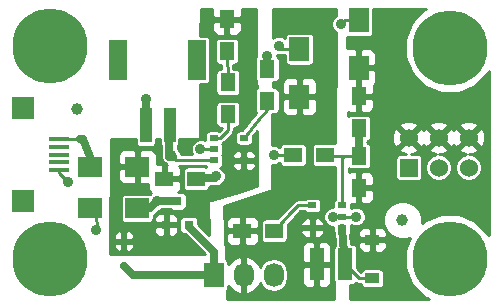
<source format=gtl>
G04 #@! TF.FileFunction,Copper,L1,Top,Signal*
%FSLAX46Y46*%
G04 Gerber Fmt 4.6, Leading zero omitted, Abs format (unit mm)*
G04 Created by KiCad (PCBNEW (after 2015-mar-04 BZR unknown)-product) date 1/1/2016 1:52:31 PM*
%MOMM*%
G01*
G04 APERTURE LIST*
%ADD10C,0.150000*%
%ADD11R,1.800000X0.400000*%
%ADD12R,1.900000X1.900000*%
%ADD13C,1.000000*%
%ADD14R,0.762000X0.508000*%
%ADD15R,1.000000X3.000000*%
%ADD16R,1.500000X3.400000*%
%ADD17C,6.350000*%
%ADD18R,1.524000X1.524000*%
%ADD19C,1.524000*%
%ADD20R,0.450000X0.590000*%
%ADD21R,0.800100X0.800100*%
%ADD22R,1.700000X2.000000*%
%ADD23R,1.300000X1.500000*%
%ADD24R,1.500000X1.300000*%
%ADD25R,1.220000X0.910000*%
%ADD26R,1.727200X2.032000*%
%ADD27O,1.727200X2.032000*%
%ADD28R,2.000000X1.700000*%
%ADD29R,1.200000X2.700000*%
%ADD30C,0.889000*%
%ADD31C,0.254000*%
%ADD32C,0.635000*%
G04 APERTURE END LIST*
D10*
D11*
X44315000Y-46450000D03*
X44315000Y-47100000D03*
X44315000Y-47750000D03*
X44315000Y-48400000D03*
X44315000Y-49050000D03*
D12*
X41290000Y-43800000D03*
X41290000Y-51700000D03*
D13*
X73400000Y-53300000D03*
X45829000Y-43891000D03*
D14*
X68317000Y-53963500D03*
X68317000Y-52058500D03*
X65777000Y-53963500D03*
X68317000Y-53011000D03*
X65777000Y-52058500D03*
D15*
X51680000Y-45260000D03*
X53680000Y-45260000D03*
D16*
X49330000Y-39760000D03*
X56030000Y-39760000D03*
D17*
X43600000Y-38600000D03*
X43600000Y-56600000D03*
X77400000Y-56600000D03*
X77400000Y-38700000D03*
D14*
X57430000Y-46347500D03*
X57430000Y-48252500D03*
X59970000Y-46347500D03*
X57430000Y-47300000D03*
X59970000Y-48252500D03*
D18*
X73940200Y-48849600D03*
D19*
X73940200Y-46309600D03*
X76480200Y-48849600D03*
X76480200Y-46309600D03*
X79020200Y-48849600D03*
X79020200Y-46309600D03*
D20*
X49800400Y-57190200D03*
X49800400Y-55080200D03*
D21*
X53400000Y-53700760D03*
X55300000Y-53700760D03*
X54350000Y-51701780D03*
D22*
X64684800Y-42844400D03*
X64684800Y-38844400D03*
X69700000Y-40400000D03*
X69700000Y-36400000D03*
D23*
X69714000Y-47851000D03*
X69714000Y-50551000D03*
D24*
X59850000Y-54200000D03*
X62550000Y-54200000D03*
X66850000Y-47800000D03*
X64150000Y-47800000D03*
D23*
X69714000Y-45521800D03*
X69714000Y-42821800D03*
D25*
X70857000Y-54957400D03*
X70857000Y-58227400D03*
D26*
X57410000Y-57950000D03*
D27*
X59950000Y-57950000D03*
X62490000Y-57950000D03*
D28*
X50936800Y-52299800D03*
X46936800Y-52299800D03*
D23*
X58538000Y-36294000D03*
X58538000Y-38994000D03*
D28*
X46962200Y-48794600D03*
X50962200Y-48794600D03*
D29*
X66151800Y-57049600D03*
X68551800Y-57049600D03*
D23*
X58600000Y-44350000D03*
X58600000Y-41650000D03*
X61967000Y-43185000D03*
X61967000Y-40485000D03*
D24*
X53250000Y-49800000D03*
X55950000Y-49800000D03*
D30*
X69485400Y-53011000D03*
X67504200Y-53036400D03*
X62932200Y-38533000D03*
X61967000Y-39371200D03*
X51705400Y-43028800D03*
X56300000Y-47300000D03*
X47463600Y-54179400D03*
X62500000Y-47800000D03*
X45076000Y-50090000D03*
X68200000Y-36700000D03*
X57600000Y-49600000D03*
X53800000Y-47800000D03*
X52598220Y-51701780D03*
D31*
X66081800Y-56979600D02*
X66151800Y-57049600D01*
D32*
X66081800Y-57119600D02*
X66151800Y-57049600D01*
X66081800Y-56979600D02*
X66151800Y-57049600D01*
D31*
X57625000Y-58090600D02*
X57664000Y-58051600D01*
D32*
X49800400Y-57200400D02*
X49800400Y-57190200D01*
X50550000Y-57950000D02*
X49800400Y-57200400D01*
X57410000Y-57950000D02*
X50550000Y-57950000D01*
X57410000Y-55960000D02*
X57410000Y-57950000D01*
X55300000Y-53850000D02*
X57410000Y-55960000D01*
X55300000Y-53700760D02*
X55300000Y-53850000D01*
D31*
X69485400Y-53011000D02*
X67529600Y-53011000D01*
X68317000Y-53011000D02*
X69485400Y-53011000D01*
X67529600Y-53011000D02*
X67504200Y-53036400D01*
X64684800Y-38844400D02*
X63243600Y-38844400D01*
X63243600Y-38844400D02*
X62932200Y-38533000D01*
X61967000Y-40882500D02*
X61967000Y-39371200D01*
D32*
X51680000Y-45260000D02*
X51680000Y-43054200D01*
X51680000Y-43054200D02*
X51705400Y-43028800D01*
D31*
X57430000Y-47300000D02*
X56300000Y-47300000D01*
X47590600Y-54052400D02*
X47463600Y-54179400D01*
X47285800Y-52299800D02*
X47590600Y-54052400D01*
X51680000Y-45260000D02*
X51680000Y-45518000D01*
X64150000Y-47800000D02*
X62500000Y-47800000D01*
X44315000Y-49329000D02*
X45076000Y-50090000D01*
X44315000Y-49050000D02*
X44315000Y-49329000D01*
X68500000Y-36400000D02*
X68200000Y-36700000D01*
X69700000Y-36400000D02*
X68500000Y-36400000D01*
D32*
X57500000Y-49700000D02*
X57600000Y-49600000D01*
X55552500Y-49800000D02*
X57500000Y-49700000D01*
D31*
X68500000Y-47851000D02*
X66901000Y-47851000D01*
X66901000Y-47851000D02*
X66850000Y-47800000D01*
X68317000Y-52058500D02*
X68317000Y-48017000D01*
X68483000Y-47851000D02*
X68500000Y-47851000D01*
X68500000Y-47851000D02*
X69714000Y-47851000D01*
X68317000Y-48017000D02*
X68483000Y-47851000D01*
X67024000Y-47974000D02*
X66850000Y-47800000D01*
D32*
X69714000Y-45521800D02*
X69714000Y-47851000D01*
D31*
X58600000Y-42047500D02*
X58538000Y-38596500D01*
X46389000Y-46450000D02*
X47260400Y-48820000D01*
X47260400Y-48820000D02*
X47311200Y-48794600D01*
X44315000Y-46450000D02*
X46092000Y-46450000D01*
D32*
X47260400Y-48820000D02*
X47311200Y-48794600D01*
X46389000Y-46450000D02*
X47260400Y-48820000D01*
X46092000Y-46450000D02*
X46389000Y-46450000D01*
D31*
X57430000Y-46347500D02*
X57952500Y-46347500D01*
X58600000Y-45700000D02*
X58600000Y-44350000D01*
X57952500Y-46347500D02*
X58600000Y-45700000D01*
X61141500Y-44819500D02*
X61967000Y-43994000D01*
X61967000Y-43994000D02*
X61967000Y-42787500D01*
X59970000Y-46347500D02*
X61141500Y-44819500D01*
X70857000Y-58227400D02*
X69729600Y-58227400D01*
X69729600Y-58227400D02*
X68551800Y-57049600D01*
X68612400Y-56989000D02*
X68551800Y-57049600D01*
X68621800Y-56979600D02*
X68551800Y-57049600D01*
X68317000Y-53963500D02*
X68621800Y-56979600D01*
D32*
X68247000Y-54033500D02*
X68317000Y-53963500D01*
X68551800Y-57049600D02*
X68247000Y-54033500D01*
D31*
X57430000Y-48252500D02*
X54254500Y-48252500D01*
X54254500Y-48252500D02*
X53940000Y-47938000D01*
D32*
X53940000Y-47938000D02*
X53658000Y-47938000D01*
X51131360Y-51756240D02*
X50587800Y-52299800D01*
D31*
X53550000Y-45390000D02*
X53680000Y-45260000D01*
D32*
X53658000Y-47938000D02*
X53680000Y-45260000D01*
X50730040Y-52442040D02*
X50587800Y-52299800D01*
D31*
X51337600Y-51550000D02*
X50587800Y-52299800D01*
D32*
X52598220Y-51701780D02*
X52000200Y-52299800D01*
X54350000Y-51701780D02*
X52598220Y-51701780D01*
X53662000Y-47938000D02*
X53658000Y-47938000D01*
X53800000Y-47800000D02*
X53662000Y-47938000D01*
X52000200Y-52299800D02*
X52598220Y-51701780D01*
X50587800Y-52299800D02*
X52000200Y-52299800D01*
D31*
X65688100Y-52147400D02*
X65777000Y-52058500D01*
X64541500Y-52058500D02*
X63900000Y-52700000D01*
X63900000Y-52700000D02*
X62550000Y-54200000D01*
X65777000Y-52058500D02*
X64541500Y-52058500D01*
G36*
X80694800Y-54596993D02*
X80631844Y-54444628D01*
X80429344Y-54241774D01*
X80429344Y-46517298D01*
X80401562Y-45962232D01*
X80242597Y-45578457D01*
X80000413Y-45508992D01*
X79820808Y-45688597D01*
X79820808Y-45329387D01*
X79751343Y-45087203D01*
X79227898Y-44900456D01*
X78672832Y-44928238D01*
X78289057Y-45087203D01*
X78219592Y-45329387D01*
X79020200Y-46129995D01*
X79820808Y-45329387D01*
X79820808Y-45688597D01*
X79199805Y-46309600D01*
X80000413Y-47110208D01*
X80242597Y-47040743D01*
X80429344Y-46517298D01*
X80429344Y-54241774D01*
X80163398Y-53975363D01*
X80163398Y-48623241D01*
X79989754Y-48202988D01*
X79668503Y-47881177D01*
X79248554Y-47706799D01*
X79054539Y-47706629D01*
X79367568Y-47690962D01*
X79751343Y-47531997D01*
X79820808Y-47289813D01*
X79020200Y-46489205D01*
X78840595Y-46668810D01*
X78840595Y-46309600D01*
X78039987Y-45508992D01*
X77797803Y-45578457D01*
X77753747Y-45701944D01*
X77702597Y-45578457D01*
X77460413Y-45508992D01*
X77280808Y-45688597D01*
X77280808Y-45329387D01*
X77211343Y-45087203D01*
X76687898Y-44900456D01*
X76132832Y-44928238D01*
X75749057Y-45087203D01*
X75679592Y-45329387D01*
X76480200Y-46129995D01*
X77280808Y-45329387D01*
X77280808Y-45688597D01*
X76659805Y-46309600D01*
X77460413Y-47110208D01*
X77702597Y-47040743D01*
X77746652Y-46917255D01*
X77797803Y-47040743D01*
X78039987Y-47110208D01*
X78840595Y-46309600D01*
X78840595Y-46668810D01*
X78219592Y-47289813D01*
X78289057Y-47531997D01*
X78786458Y-47709452D01*
X78373588Y-47880046D01*
X78051777Y-48201297D01*
X77877399Y-48621246D01*
X77877002Y-49075959D01*
X78050646Y-49496212D01*
X78371897Y-49818023D01*
X78791846Y-49992401D01*
X79246559Y-49992798D01*
X79666812Y-49819154D01*
X79988623Y-49497903D01*
X80163001Y-49077954D01*
X80163398Y-48623241D01*
X80163398Y-53975363D01*
X79561009Y-53371923D01*
X78161181Y-52790663D01*
X77623398Y-52790193D01*
X77623398Y-48623241D01*
X77449754Y-48202988D01*
X77128503Y-47881177D01*
X76708554Y-47706799D01*
X76514539Y-47706629D01*
X76827568Y-47690962D01*
X77211343Y-47531997D01*
X77280808Y-47289813D01*
X76480200Y-46489205D01*
X76300595Y-46668810D01*
X76300595Y-46309600D01*
X75499987Y-45508992D01*
X75257803Y-45578457D01*
X75213747Y-45701944D01*
X75162597Y-45578457D01*
X74920413Y-45508992D01*
X74740808Y-45688597D01*
X74740808Y-45329387D01*
X74671343Y-45087203D01*
X74147898Y-44900456D01*
X73592832Y-44928238D01*
X73209057Y-45087203D01*
X73139592Y-45329387D01*
X73940200Y-46129995D01*
X74740808Y-45329387D01*
X74740808Y-45688597D01*
X74119805Y-46309600D01*
X74920413Y-47110208D01*
X75162597Y-47040743D01*
X75206652Y-46917255D01*
X75257803Y-47040743D01*
X75499987Y-47110208D01*
X76300595Y-46309600D01*
X76300595Y-46668810D01*
X75679592Y-47289813D01*
X75749057Y-47531997D01*
X76246458Y-47709452D01*
X75833588Y-47880046D01*
X75511777Y-48201297D01*
X75337399Y-48621246D01*
X75337002Y-49075959D01*
X75510646Y-49496212D01*
X75831897Y-49818023D01*
X76251846Y-49992401D01*
X76706559Y-49992798D01*
X77126812Y-49819154D01*
X77448623Y-49497903D01*
X77623001Y-49077954D01*
X77623398Y-48623241D01*
X77623398Y-52790193D01*
X76645469Y-52789340D01*
X75244628Y-53368156D01*
X75090664Y-53521850D01*
X75090664Y-49611600D01*
X75090664Y-48087600D01*
X75062478Y-47942326D01*
X74978604Y-47814644D01*
X74851984Y-47729174D01*
X74702200Y-47699136D01*
X74124256Y-47699136D01*
X74287568Y-47690962D01*
X74671343Y-47531997D01*
X74740808Y-47289813D01*
X73940200Y-46489205D01*
X73760595Y-46668810D01*
X73760595Y-46309600D01*
X72959987Y-45508992D01*
X72717803Y-45578457D01*
X72531056Y-46101902D01*
X72558838Y-46656968D01*
X72717803Y-47040743D01*
X72959987Y-47110208D01*
X73760595Y-46309600D01*
X73760595Y-46668810D01*
X73139592Y-47289813D01*
X73209057Y-47531997D01*
X73677541Y-47699136D01*
X73178200Y-47699136D01*
X73032926Y-47727322D01*
X72905244Y-47811196D01*
X72819774Y-47937816D01*
X72789736Y-48087600D01*
X72789736Y-49611600D01*
X72817922Y-49756874D01*
X72901796Y-49884556D01*
X73028416Y-49970026D01*
X73178200Y-50000064D01*
X74702200Y-50000064D01*
X74847474Y-49971878D01*
X74975156Y-49888004D01*
X75060626Y-49761384D01*
X75090664Y-49611600D01*
X75090664Y-53521850D01*
X75026751Y-53585652D01*
X75027282Y-52977789D01*
X74780108Y-52379582D01*
X74322825Y-51921501D01*
X73725050Y-51673283D01*
X73077789Y-51672718D01*
X72479582Y-51919892D01*
X72021501Y-52377175D01*
X71773283Y-52974950D01*
X71772718Y-53622211D01*
X71975425Y-54112799D01*
X71826699Y-53964073D01*
X71593310Y-53867400D01*
X71340691Y-53867400D01*
X71185000Y-53867400D01*
X71185000Y-41526309D01*
X71185000Y-40685750D01*
X71185000Y-40114250D01*
X71185000Y-39273691D01*
X71088327Y-39040302D01*
X70909699Y-38861673D01*
X70676310Y-38765000D01*
X70423691Y-38765000D01*
X69985750Y-38765000D01*
X69827000Y-38923750D01*
X69827000Y-40273000D01*
X71026250Y-40273000D01*
X71185000Y-40114250D01*
X71185000Y-40685750D01*
X71026250Y-40527000D01*
X69827000Y-40527000D01*
X69827000Y-41876250D01*
X69841000Y-41890250D01*
X69841000Y-42694800D01*
X70840250Y-42694800D01*
X70999000Y-42536050D01*
X70999000Y-41945491D01*
X70970745Y-41877279D01*
X71088327Y-41759698D01*
X71185000Y-41526309D01*
X71185000Y-53867400D01*
X71142750Y-53867400D01*
X70999000Y-54011150D01*
X70999000Y-51427309D01*
X70999000Y-50836750D01*
X70999000Y-50265250D01*
X70999000Y-49674691D01*
X70999000Y-43698109D01*
X70999000Y-43107550D01*
X70840250Y-42948800D01*
X69841000Y-42948800D01*
X69841000Y-44048050D01*
X69999750Y-44206800D01*
X70237691Y-44206800D01*
X70490310Y-44206800D01*
X70723699Y-44110127D01*
X70902327Y-43931498D01*
X70999000Y-43698109D01*
X70999000Y-49674691D01*
X70902327Y-49441302D01*
X70723699Y-49262673D01*
X70490310Y-49166000D01*
X70237691Y-49166000D01*
X69999750Y-49166000D01*
X69841000Y-49324750D01*
X69841000Y-50424000D01*
X70840250Y-50424000D01*
X70999000Y-50265250D01*
X70999000Y-50836750D01*
X70840250Y-50678000D01*
X69841000Y-50678000D01*
X69841000Y-51777250D01*
X69999750Y-51936000D01*
X70237691Y-51936000D01*
X70490310Y-51936000D01*
X70723699Y-51839327D01*
X70902327Y-51660698D01*
X70999000Y-51427309D01*
X70999000Y-54011150D01*
X70984000Y-54026150D01*
X70984000Y-54830400D01*
X71943250Y-54830400D01*
X72102000Y-54671650D01*
X72102000Y-54376091D01*
X72050018Y-54250597D01*
X72477175Y-54678499D01*
X73074950Y-54926717D01*
X73722211Y-54927282D01*
X74020312Y-54804108D01*
X73590663Y-55838819D01*
X73589340Y-57354531D01*
X74168156Y-58755372D01*
X75238991Y-59828077D01*
X75640504Y-59994800D01*
X72102000Y-59994800D01*
X72102000Y-55538709D01*
X72102000Y-55243150D01*
X71943250Y-55084400D01*
X70984000Y-55084400D01*
X70984000Y-55888650D01*
X71142750Y-56047400D01*
X71340691Y-56047400D01*
X71593310Y-56047400D01*
X71826699Y-55950727D01*
X72005327Y-55772098D01*
X72102000Y-55538709D01*
X72102000Y-59994800D01*
X68954625Y-59994800D01*
X68942221Y-58788064D01*
X69151800Y-58788064D01*
X69297074Y-58759878D01*
X69424756Y-58676004D01*
X69449442Y-58639431D01*
X69535197Y-58696731D01*
X69729600Y-58735400D01*
X69868819Y-58735400D01*
X69886722Y-58827674D01*
X69970596Y-58955356D01*
X70097216Y-59040826D01*
X70247000Y-59070864D01*
X71467000Y-59070864D01*
X71612274Y-59042678D01*
X71739956Y-58958804D01*
X71825426Y-58832184D01*
X71855464Y-58682400D01*
X71855464Y-57772400D01*
X71827278Y-57627126D01*
X71743404Y-57499444D01*
X71616784Y-57413974D01*
X71467000Y-57383936D01*
X70730000Y-57383936D01*
X70730000Y-55888650D01*
X70730000Y-55084400D01*
X70730000Y-54830400D01*
X70730000Y-54026150D01*
X70571250Y-53867400D01*
X70373309Y-53867400D01*
X70120690Y-53867400D01*
X69887301Y-53964073D01*
X69708673Y-54142702D01*
X69612000Y-54376091D01*
X69612000Y-54671650D01*
X69770750Y-54830400D01*
X70730000Y-54830400D01*
X70730000Y-55084400D01*
X69770750Y-55084400D01*
X69612000Y-55243150D01*
X69612000Y-55538709D01*
X69708673Y-55772098D01*
X69887301Y-55950727D01*
X70120690Y-56047400D01*
X70373309Y-56047400D01*
X70571250Y-56047400D01*
X70730000Y-55888650D01*
X70730000Y-57383936D01*
X70247000Y-57383936D01*
X70101726Y-57412122D01*
X69974044Y-57495996D01*
X69888574Y-57622616D01*
X69881000Y-57660380D01*
X69540264Y-57319644D01*
X69540264Y-55699600D01*
X69512078Y-55554326D01*
X69428204Y-55426644D01*
X69301584Y-55341174D01*
X69151800Y-55311136D01*
X69078172Y-55311136D01*
X68992377Y-54462168D01*
X69056426Y-54367284D01*
X69086464Y-54217500D01*
X69086464Y-53739185D01*
X69320477Y-53836357D01*
X69648882Y-53836643D01*
X69952398Y-53711233D01*
X70184817Y-53479219D01*
X70310757Y-53175923D01*
X70311043Y-52847518D01*
X70185633Y-52544002D01*
X69953619Y-52311583D01*
X69650323Y-52185643D01*
X69321918Y-52185357D01*
X69086464Y-52282644D01*
X69086464Y-51936000D01*
X69190309Y-51936000D01*
X69428250Y-51936000D01*
X69587000Y-51777250D01*
X69587000Y-50678000D01*
X69567000Y-50678000D01*
X69567000Y-50424000D01*
X69587000Y-50424000D01*
X69587000Y-49324750D01*
X69428250Y-49166000D01*
X69190309Y-49166000D01*
X68937690Y-49166000D01*
X68843723Y-49204922D01*
X68840690Y-48909795D01*
X68914216Y-48959426D01*
X69064000Y-48989464D01*
X70364000Y-48989464D01*
X70509274Y-48961278D01*
X70636956Y-48877404D01*
X70722426Y-48750784D01*
X70752464Y-48601000D01*
X70752464Y-47101000D01*
X70724278Y-46955726D01*
X70640404Y-46828044D01*
X70513784Y-46742574D01*
X70412500Y-46722262D01*
X70412500Y-46650854D01*
X70509274Y-46632078D01*
X70636956Y-46548204D01*
X70722426Y-46421584D01*
X70752464Y-46271800D01*
X70752464Y-44771800D01*
X70724278Y-44626526D01*
X70640404Y-44498844D01*
X70513784Y-44413374D01*
X70364000Y-44383336D01*
X69064000Y-44383336D01*
X68918726Y-44411522D01*
X68795288Y-44492607D01*
X68791729Y-44146341D01*
X68937690Y-44206800D01*
X69190309Y-44206800D01*
X69428250Y-44206800D01*
X69587000Y-44048050D01*
X69587000Y-42948800D01*
X69567000Y-42948800D01*
X69567000Y-42694800D01*
X69587000Y-42694800D01*
X69587000Y-41595550D01*
X69573000Y-41581550D01*
X69573000Y-40527000D01*
X69553000Y-40527000D01*
X69553000Y-40273000D01*
X69573000Y-40273000D01*
X69573000Y-38923750D01*
X69414250Y-38765000D01*
X68976309Y-38765000D01*
X68736418Y-38765000D01*
X68726126Y-37763622D01*
X68850000Y-37788464D01*
X70550000Y-37788464D01*
X70695274Y-37760278D01*
X70822956Y-37676404D01*
X70908426Y-37549784D01*
X70938464Y-37400000D01*
X70938464Y-35405200D01*
X75396993Y-35405200D01*
X75244628Y-35468156D01*
X74171923Y-36538991D01*
X73590663Y-37938819D01*
X73589340Y-39454531D01*
X74168156Y-40855372D01*
X75238991Y-41928077D01*
X76638819Y-42509337D01*
X78154531Y-42510660D01*
X79555372Y-41931844D01*
X80628077Y-40861009D01*
X80694800Y-40700322D01*
X80694800Y-54596993D01*
X80694800Y-54596993D01*
G37*
X80694800Y-54596993D02*
X80631844Y-54444628D01*
X80429344Y-54241774D01*
X80429344Y-46517298D01*
X80401562Y-45962232D01*
X80242597Y-45578457D01*
X80000413Y-45508992D01*
X79820808Y-45688597D01*
X79820808Y-45329387D01*
X79751343Y-45087203D01*
X79227898Y-44900456D01*
X78672832Y-44928238D01*
X78289057Y-45087203D01*
X78219592Y-45329387D01*
X79020200Y-46129995D01*
X79820808Y-45329387D01*
X79820808Y-45688597D01*
X79199805Y-46309600D01*
X80000413Y-47110208D01*
X80242597Y-47040743D01*
X80429344Y-46517298D01*
X80429344Y-54241774D01*
X80163398Y-53975363D01*
X80163398Y-48623241D01*
X79989754Y-48202988D01*
X79668503Y-47881177D01*
X79248554Y-47706799D01*
X79054539Y-47706629D01*
X79367568Y-47690962D01*
X79751343Y-47531997D01*
X79820808Y-47289813D01*
X79020200Y-46489205D01*
X78840595Y-46668810D01*
X78840595Y-46309600D01*
X78039987Y-45508992D01*
X77797803Y-45578457D01*
X77753747Y-45701944D01*
X77702597Y-45578457D01*
X77460413Y-45508992D01*
X77280808Y-45688597D01*
X77280808Y-45329387D01*
X77211343Y-45087203D01*
X76687898Y-44900456D01*
X76132832Y-44928238D01*
X75749057Y-45087203D01*
X75679592Y-45329387D01*
X76480200Y-46129995D01*
X77280808Y-45329387D01*
X77280808Y-45688597D01*
X76659805Y-46309600D01*
X77460413Y-47110208D01*
X77702597Y-47040743D01*
X77746652Y-46917255D01*
X77797803Y-47040743D01*
X78039987Y-47110208D01*
X78840595Y-46309600D01*
X78840595Y-46668810D01*
X78219592Y-47289813D01*
X78289057Y-47531997D01*
X78786458Y-47709452D01*
X78373588Y-47880046D01*
X78051777Y-48201297D01*
X77877399Y-48621246D01*
X77877002Y-49075959D01*
X78050646Y-49496212D01*
X78371897Y-49818023D01*
X78791846Y-49992401D01*
X79246559Y-49992798D01*
X79666812Y-49819154D01*
X79988623Y-49497903D01*
X80163001Y-49077954D01*
X80163398Y-48623241D01*
X80163398Y-53975363D01*
X79561009Y-53371923D01*
X78161181Y-52790663D01*
X77623398Y-52790193D01*
X77623398Y-48623241D01*
X77449754Y-48202988D01*
X77128503Y-47881177D01*
X76708554Y-47706799D01*
X76514539Y-47706629D01*
X76827568Y-47690962D01*
X77211343Y-47531997D01*
X77280808Y-47289813D01*
X76480200Y-46489205D01*
X76300595Y-46668810D01*
X76300595Y-46309600D01*
X75499987Y-45508992D01*
X75257803Y-45578457D01*
X75213747Y-45701944D01*
X75162597Y-45578457D01*
X74920413Y-45508992D01*
X74740808Y-45688597D01*
X74740808Y-45329387D01*
X74671343Y-45087203D01*
X74147898Y-44900456D01*
X73592832Y-44928238D01*
X73209057Y-45087203D01*
X73139592Y-45329387D01*
X73940200Y-46129995D01*
X74740808Y-45329387D01*
X74740808Y-45688597D01*
X74119805Y-46309600D01*
X74920413Y-47110208D01*
X75162597Y-47040743D01*
X75206652Y-46917255D01*
X75257803Y-47040743D01*
X75499987Y-47110208D01*
X76300595Y-46309600D01*
X76300595Y-46668810D01*
X75679592Y-47289813D01*
X75749057Y-47531997D01*
X76246458Y-47709452D01*
X75833588Y-47880046D01*
X75511777Y-48201297D01*
X75337399Y-48621246D01*
X75337002Y-49075959D01*
X75510646Y-49496212D01*
X75831897Y-49818023D01*
X76251846Y-49992401D01*
X76706559Y-49992798D01*
X77126812Y-49819154D01*
X77448623Y-49497903D01*
X77623001Y-49077954D01*
X77623398Y-48623241D01*
X77623398Y-52790193D01*
X76645469Y-52789340D01*
X75244628Y-53368156D01*
X75090664Y-53521850D01*
X75090664Y-49611600D01*
X75090664Y-48087600D01*
X75062478Y-47942326D01*
X74978604Y-47814644D01*
X74851984Y-47729174D01*
X74702200Y-47699136D01*
X74124256Y-47699136D01*
X74287568Y-47690962D01*
X74671343Y-47531997D01*
X74740808Y-47289813D01*
X73940200Y-46489205D01*
X73760595Y-46668810D01*
X73760595Y-46309600D01*
X72959987Y-45508992D01*
X72717803Y-45578457D01*
X72531056Y-46101902D01*
X72558838Y-46656968D01*
X72717803Y-47040743D01*
X72959987Y-47110208D01*
X73760595Y-46309600D01*
X73760595Y-46668810D01*
X73139592Y-47289813D01*
X73209057Y-47531997D01*
X73677541Y-47699136D01*
X73178200Y-47699136D01*
X73032926Y-47727322D01*
X72905244Y-47811196D01*
X72819774Y-47937816D01*
X72789736Y-48087600D01*
X72789736Y-49611600D01*
X72817922Y-49756874D01*
X72901796Y-49884556D01*
X73028416Y-49970026D01*
X73178200Y-50000064D01*
X74702200Y-50000064D01*
X74847474Y-49971878D01*
X74975156Y-49888004D01*
X75060626Y-49761384D01*
X75090664Y-49611600D01*
X75090664Y-53521850D01*
X75026751Y-53585652D01*
X75027282Y-52977789D01*
X74780108Y-52379582D01*
X74322825Y-51921501D01*
X73725050Y-51673283D01*
X73077789Y-51672718D01*
X72479582Y-51919892D01*
X72021501Y-52377175D01*
X71773283Y-52974950D01*
X71772718Y-53622211D01*
X71975425Y-54112799D01*
X71826699Y-53964073D01*
X71593310Y-53867400D01*
X71340691Y-53867400D01*
X71185000Y-53867400D01*
X71185000Y-41526309D01*
X71185000Y-40685750D01*
X71185000Y-40114250D01*
X71185000Y-39273691D01*
X71088327Y-39040302D01*
X70909699Y-38861673D01*
X70676310Y-38765000D01*
X70423691Y-38765000D01*
X69985750Y-38765000D01*
X69827000Y-38923750D01*
X69827000Y-40273000D01*
X71026250Y-40273000D01*
X71185000Y-40114250D01*
X71185000Y-40685750D01*
X71026250Y-40527000D01*
X69827000Y-40527000D01*
X69827000Y-41876250D01*
X69841000Y-41890250D01*
X69841000Y-42694800D01*
X70840250Y-42694800D01*
X70999000Y-42536050D01*
X70999000Y-41945491D01*
X70970745Y-41877279D01*
X71088327Y-41759698D01*
X71185000Y-41526309D01*
X71185000Y-53867400D01*
X71142750Y-53867400D01*
X70999000Y-54011150D01*
X70999000Y-51427309D01*
X70999000Y-50836750D01*
X70999000Y-50265250D01*
X70999000Y-49674691D01*
X70999000Y-43698109D01*
X70999000Y-43107550D01*
X70840250Y-42948800D01*
X69841000Y-42948800D01*
X69841000Y-44048050D01*
X69999750Y-44206800D01*
X70237691Y-44206800D01*
X70490310Y-44206800D01*
X70723699Y-44110127D01*
X70902327Y-43931498D01*
X70999000Y-43698109D01*
X70999000Y-49674691D01*
X70902327Y-49441302D01*
X70723699Y-49262673D01*
X70490310Y-49166000D01*
X70237691Y-49166000D01*
X69999750Y-49166000D01*
X69841000Y-49324750D01*
X69841000Y-50424000D01*
X70840250Y-50424000D01*
X70999000Y-50265250D01*
X70999000Y-50836750D01*
X70840250Y-50678000D01*
X69841000Y-50678000D01*
X69841000Y-51777250D01*
X69999750Y-51936000D01*
X70237691Y-51936000D01*
X70490310Y-51936000D01*
X70723699Y-51839327D01*
X70902327Y-51660698D01*
X70999000Y-51427309D01*
X70999000Y-54011150D01*
X70984000Y-54026150D01*
X70984000Y-54830400D01*
X71943250Y-54830400D01*
X72102000Y-54671650D01*
X72102000Y-54376091D01*
X72050018Y-54250597D01*
X72477175Y-54678499D01*
X73074950Y-54926717D01*
X73722211Y-54927282D01*
X74020312Y-54804108D01*
X73590663Y-55838819D01*
X73589340Y-57354531D01*
X74168156Y-58755372D01*
X75238991Y-59828077D01*
X75640504Y-59994800D01*
X72102000Y-59994800D01*
X72102000Y-55538709D01*
X72102000Y-55243150D01*
X71943250Y-55084400D01*
X70984000Y-55084400D01*
X70984000Y-55888650D01*
X71142750Y-56047400D01*
X71340691Y-56047400D01*
X71593310Y-56047400D01*
X71826699Y-55950727D01*
X72005327Y-55772098D01*
X72102000Y-55538709D01*
X72102000Y-59994800D01*
X68954625Y-59994800D01*
X68942221Y-58788064D01*
X69151800Y-58788064D01*
X69297074Y-58759878D01*
X69424756Y-58676004D01*
X69449442Y-58639431D01*
X69535197Y-58696731D01*
X69729600Y-58735400D01*
X69868819Y-58735400D01*
X69886722Y-58827674D01*
X69970596Y-58955356D01*
X70097216Y-59040826D01*
X70247000Y-59070864D01*
X71467000Y-59070864D01*
X71612274Y-59042678D01*
X71739956Y-58958804D01*
X71825426Y-58832184D01*
X71855464Y-58682400D01*
X71855464Y-57772400D01*
X71827278Y-57627126D01*
X71743404Y-57499444D01*
X71616784Y-57413974D01*
X71467000Y-57383936D01*
X70730000Y-57383936D01*
X70730000Y-55888650D01*
X70730000Y-55084400D01*
X70730000Y-54830400D01*
X70730000Y-54026150D01*
X70571250Y-53867400D01*
X70373309Y-53867400D01*
X70120690Y-53867400D01*
X69887301Y-53964073D01*
X69708673Y-54142702D01*
X69612000Y-54376091D01*
X69612000Y-54671650D01*
X69770750Y-54830400D01*
X70730000Y-54830400D01*
X70730000Y-55084400D01*
X69770750Y-55084400D01*
X69612000Y-55243150D01*
X69612000Y-55538709D01*
X69708673Y-55772098D01*
X69887301Y-55950727D01*
X70120690Y-56047400D01*
X70373309Y-56047400D01*
X70571250Y-56047400D01*
X70730000Y-55888650D01*
X70730000Y-57383936D01*
X70247000Y-57383936D01*
X70101726Y-57412122D01*
X69974044Y-57495996D01*
X69888574Y-57622616D01*
X69881000Y-57660380D01*
X69540264Y-57319644D01*
X69540264Y-55699600D01*
X69512078Y-55554326D01*
X69428204Y-55426644D01*
X69301584Y-55341174D01*
X69151800Y-55311136D01*
X69078172Y-55311136D01*
X68992377Y-54462168D01*
X69056426Y-54367284D01*
X69086464Y-54217500D01*
X69086464Y-53739185D01*
X69320477Y-53836357D01*
X69648882Y-53836643D01*
X69952398Y-53711233D01*
X70184817Y-53479219D01*
X70310757Y-53175923D01*
X70311043Y-52847518D01*
X70185633Y-52544002D01*
X69953619Y-52311583D01*
X69650323Y-52185643D01*
X69321918Y-52185357D01*
X69086464Y-52282644D01*
X69086464Y-51936000D01*
X69190309Y-51936000D01*
X69428250Y-51936000D01*
X69587000Y-51777250D01*
X69587000Y-50678000D01*
X69567000Y-50678000D01*
X69567000Y-50424000D01*
X69587000Y-50424000D01*
X69587000Y-49324750D01*
X69428250Y-49166000D01*
X69190309Y-49166000D01*
X68937690Y-49166000D01*
X68843723Y-49204922D01*
X68840690Y-48909795D01*
X68914216Y-48959426D01*
X69064000Y-48989464D01*
X70364000Y-48989464D01*
X70509274Y-48961278D01*
X70636956Y-48877404D01*
X70722426Y-48750784D01*
X70752464Y-48601000D01*
X70752464Y-47101000D01*
X70724278Y-46955726D01*
X70640404Y-46828044D01*
X70513784Y-46742574D01*
X70412500Y-46722262D01*
X70412500Y-46650854D01*
X70509274Y-46632078D01*
X70636956Y-46548204D01*
X70722426Y-46421584D01*
X70752464Y-46271800D01*
X70752464Y-44771800D01*
X70724278Y-44626526D01*
X70640404Y-44498844D01*
X70513784Y-44413374D01*
X70364000Y-44383336D01*
X69064000Y-44383336D01*
X68918726Y-44411522D01*
X68795288Y-44492607D01*
X68791729Y-44146341D01*
X68937690Y-44206800D01*
X69190309Y-44206800D01*
X69428250Y-44206800D01*
X69587000Y-44048050D01*
X69587000Y-42948800D01*
X69567000Y-42948800D01*
X69567000Y-42694800D01*
X69587000Y-42694800D01*
X69587000Y-41595550D01*
X69573000Y-41581550D01*
X69573000Y-40527000D01*
X69553000Y-40527000D01*
X69553000Y-40273000D01*
X69573000Y-40273000D01*
X69573000Y-38923750D01*
X69414250Y-38765000D01*
X68976309Y-38765000D01*
X68736418Y-38765000D01*
X68726126Y-37763622D01*
X68850000Y-37788464D01*
X70550000Y-37788464D01*
X70695274Y-37760278D01*
X70822956Y-37676404D01*
X70908426Y-37549784D01*
X70938464Y-37400000D01*
X70938464Y-35405200D01*
X75396993Y-35405200D01*
X75244628Y-35468156D01*
X74171923Y-36538991D01*
X73590663Y-37938819D01*
X73589340Y-39454531D01*
X74168156Y-40855372D01*
X75238991Y-41928077D01*
X76638819Y-42509337D01*
X78154531Y-42510660D01*
X79555372Y-41931844D01*
X80628077Y-40861009D01*
X80694800Y-40700322D01*
X80694800Y-54596993D01*
G36*
X67757323Y-35405200D02*
X67754379Y-35990933D01*
X67733002Y-35999767D01*
X67500583Y-36231781D01*
X67374643Y-36535077D01*
X67374357Y-36863482D01*
X67499767Y-37166998D01*
X67731781Y-37399417D01*
X67747269Y-37405848D01*
X67700155Y-46781621D01*
X67600000Y-46761536D01*
X66169800Y-46761536D01*
X66169800Y-43970709D01*
X66169800Y-43130150D01*
X66169800Y-42558650D01*
X66169800Y-41718091D01*
X66073127Y-41484702D01*
X65894499Y-41306073D01*
X65661110Y-41209400D01*
X65408491Y-41209400D01*
X64970550Y-41209400D01*
X64811800Y-41368150D01*
X64811800Y-42717400D01*
X66011050Y-42717400D01*
X66169800Y-42558650D01*
X66169800Y-43130150D01*
X66011050Y-42971400D01*
X64811800Y-42971400D01*
X64811800Y-44320650D01*
X64970550Y-44479400D01*
X65408491Y-44479400D01*
X65661110Y-44479400D01*
X65894499Y-44382727D01*
X66073127Y-44204098D01*
X66169800Y-43970709D01*
X66169800Y-46761536D01*
X66100000Y-46761536D01*
X65954726Y-46789722D01*
X65827044Y-46873596D01*
X65741574Y-47000216D01*
X65711536Y-47150000D01*
X65711536Y-48450000D01*
X65739722Y-48595274D01*
X65823596Y-48722956D01*
X65950216Y-48808426D01*
X66100000Y-48838464D01*
X67600000Y-48838464D01*
X67689907Y-48821020D01*
X67676347Y-51519356D01*
X67663044Y-51528096D01*
X67577574Y-51654716D01*
X67547536Y-51804500D01*
X67547536Y-52210937D01*
X67340718Y-52210757D01*
X67037202Y-52336167D01*
X66804783Y-52568181D01*
X66678843Y-52871477D01*
X66678557Y-53199882D01*
X66803967Y-53503398D01*
X67035981Y-53735817D01*
X67339277Y-53861757D01*
X67547536Y-53861938D01*
X67547536Y-54217500D01*
X67575722Y-54362774D01*
X67578672Y-54367265D01*
X67658087Y-55153107D01*
X67656564Y-55456202D01*
X67593374Y-55549816D01*
X67563336Y-55699600D01*
X67563336Y-58399600D01*
X67591522Y-58544874D01*
X67640667Y-58619688D01*
X67633757Y-59994800D01*
X67386800Y-59994800D01*
X67386800Y-58525910D01*
X67386800Y-58273291D01*
X67386800Y-57335350D01*
X67386800Y-56763850D01*
X67386800Y-55825909D01*
X67386800Y-55573290D01*
X67290127Y-55339901D01*
X67111498Y-55161273D01*
X66878109Y-55064600D01*
X66793000Y-55064600D01*
X66793000Y-54343809D01*
X66793000Y-54249250D01*
X66793000Y-53677750D01*
X66793000Y-53583191D01*
X66696327Y-53349802D01*
X66546464Y-53199938D01*
X66546464Y-52312500D01*
X66546464Y-51804500D01*
X66518278Y-51659226D01*
X66434404Y-51531544D01*
X66307784Y-51446074D01*
X66158000Y-51416036D01*
X65396000Y-51416036D01*
X65250726Y-51444222D01*
X65123044Y-51528096D01*
X65107921Y-51550500D01*
X64541500Y-51550500D01*
X64347097Y-51589169D01*
X64182290Y-51699290D01*
X63540790Y-52340790D01*
X63533262Y-52352056D01*
X63522407Y-52360166D01*
X62801174Y-53161536D01*
X61800000Y-53161536D01*
X61654726Y-53189722D01*
X61527044Y-53273596D01*
X61441574Y-53400216D01*
X61411536Y-53550000D01*
X61411536Y-54850000D01*
X61439722Y-54995274D01*
X61523596Y-55122956D01*
X61650216Y-55208426D01*
X61800000Y-55238464D01*
X63300000Y-55238464D01*
X63445274Y-55210278D01*
X63572956Y-55126404D01*
X63658426Y-54999784D01*
X63688464Y-54850000D01*
X63688464Y-53694422D01*
X64268665Y-53049754D01*
X64751920Y-52566500D01*
X65107143Y-52566500D01*
X65119596Y-52585456D01*
X65246216Y-52670926D01*
X65396000Y-52700964D01*
X66158000Y-52700964D01*
X66303274Y-52672778D01*
X66430956Y-52588904D01*
X66516426Y-52462284D01*
X66546464Y-52312500D01*
X66546464Y-53199938D01*
X66517699Y-53171173D01*
X66284310Y-53074500D01*
X66062750Y-53074500D01*
X65904000Y-53233250D01*
X65904000Y-53836500D01*
X66634250Y-53836500D01*
X66793000Y-53677750D01*
X66793000Y-54249250D01*
X66634250Y-54090500D01*
X65904000Y-54090500D01*
X65904000Y-54693750D01*
X66062750Y-54852500D01*
X66284310Y-54852500D01*
X66517699Y-54755827D01*
X66696327Y-54577198D01*
X66793000Y-54343809D01*
X66793000Y-55064600D01*
X66437550Y-55064600D01*
X66278800Y-55223350D01*
X66278800Y-56922600D01*
X67228050Y-56922600D01*
X67386800Y-56763850D01*
X67386800Y-57335350D01*
X67228050Y-57176600D01*
X66278800Y-57176600D01*
X66278800Y-58875850D01*
X66437550Y-59034600D01*
X66878109Y-59034600D01*
X67111498Y-58937927D01*
X67290127Y-58759299D01*
X67386800Y-58525910D01*
X67386800Y-59994800D01*
X66024800Y-59994800D01*
X66024800Y-58875850D01*
X66024800Y-57176600D01*
X66024800Y-56922600D01*
X66024800Y-55223350D01*
X65866050Y-55064600D01*
X65650000Y-55064600D01*
X65650000Y-54693750D01*
X65650000Y-54090500D01*
X65650000Y-53836500D01*
X65650000Y-53233250D01*
X65491250Y-53074500D01*
X65269690Y-53074500D01*
X65036301Y-53171173D01*
X64857673Y-53349802D01*
X64761000Y-53583191D01*
X64761000Y-53677750D01*
X64919750Y-53836500D01*
X65650000Y-53836500D01*
X65650000Y-54090500D01*
X64919750Y-54090500D01*
X64761000Y-54249250D01*
X64761000Y-54343809D01*
X64857673Y-54577198D01*
X65036301Y-54755827D01*
X65269690Y-54852500D01*
X65491250Y-54852500D01*
X65650000Y-54693750D01*
X65650000Y-55064600D01*
X65425491Y-55064600D01*
X65192102Y-55161273D01*
X65013473Y-55339901D01*
X64916800Y-55573290D01*
X64916800Y-55825909D01*
X64916800Y-56763850D01*
X65075550Y-56922600D01*
X66024800Y-56922600D01*
X66024800Y-57176600D01*
X65075550Y-57176600D01*
X64916800Y-57335350D01*
X64916800Y-58273291D01*
X64916800Y-58525910D01*
X65013473Y-58759299D01*
X65192102Y-58937927D01*
X65425491Y-59034600D01*
X65866050Y-59034600D01*
X66024800Y-58875850D01*
X66024800Y-59994800D01*
X63734600Y-59994800D01*
X63734600Y-58129769D01*
X63734600Y-57770231D01*
X63639860Y-57293943D01*
X63370065Y-56890166D01*
X62966288Y-56620371D01*
X62490000Y-56525631D01*
X62013712Y-56620371D01*
X61609935Y-56890166D01*
X61340140Y-57293943D01*
X61337295Y-57308242D01*
X61241954Y-57035680D01*
X61235000Y-57027896D01*
X61235000Y-54976310D01*
X61235000Y-54723691D01*
X61235000Y-54485750D01*
X61235000Y-53914250D01*
X61235000Y-53676309D01*
X61235000Y-53423690D01*
X61138327Y-53190301D01*
X60959698Y-53011673D01*
X60726309Y-52915000D01*
X60135750Y-52915000D01*
X59977000Y-53073750D01*
X59977000Y-54073000D01*
X61076250Y-54073000D01*
X61235000Y-53914250D01*
X61235000Y-54485750D01*
X61076250Y-54327000D01*
X59977000Y-54327000D01*
X59977000Y-55326250D01*
X60135750Y-55485000D01*
X60726309Y-55485000D01*
X60959698Y-55388327D01*
X61138327Y-55209699D01*
X61235000Y-54976310D01*
X61235000Y-57027896D01*
X60852036Y-56599268D01*
X60324791Y-56345291D01*
X60309026Y-56342642D01*
X60077000Y-56463783D01*
X60077000Y-57823000D01*
X60097000Y-57823000D01*
X60097000Y-58077000D01*
X60077000Y-58077000D01*
X60077000Y-59436217D01*
X60309026Y-59557358D01*
X60324791Y-59554709D01*
X60852036Y-59300732D01*
X61241954Y-58864320D01*
X61337295Y-58591757D01*
X61340140Y-58606057D01*
X61609935Y-59009834D01*
X62013712Y-59279629D01*
X62490000Y-59374369D01*
X62966288Y-59279629D01*
X63370065Y-59009834D01*
X63639860Y-58606057D01*
X63734600Y-58129769D01*
X63734600Y-59994800D01*
X58570277Y-59994800D01*
X58547351Y-59241225D01*
X58632026Y-59115784D01*
X58662064Y-58966000D01*
X58662064Y-58868817D01*
X59047964Y-59300732D01*
X59575209Y-59554709D01*
X59590974Y-59557358D01*
X59823000Y-59436217D01*
X59823000Y-58077000D01*
X59803000Y-58077000D01*
X59803000Y-57823000D01*
X59823000Y-57823000D01*
X59823000Y-56463783D01*
X59723000Y-56411572D01*
X59723000Y-55326250D01*
X59723000Y-54327000D01*
X59723000Y-54073000D01*
X59723000Y-53073750D01*
X59564250Y-52915000D01*
X58973691Y-52915000D01*
X58740302Y-53011673D01*
X58561673Y-53190301D01*
X58465000Y-53423690D01*
X58465000Y-53676309D01*
X58465000Y-53914250D01*
X58623750Y-54073000D01*
X59723000Y-54073000D01*
X59723000Y-54327000D01*
X58623750Y-54327000D01*
X58465000Y-54485750D01*
X58465000Y-54723691D01*
X58465000Y-54976310D01*
X58561673Y-55209699D01*
X58740302Y-55388327D01*
X58973691Y-55485000D01*
X59564250Y-55485000D01*
X59723000Y-55326250D01*
X59723000Y-56411572D01*
X59590974Y-56342642D01*
X59575209Y-56345291D01*
X59047964Y-56599268D01*
X58662064Y-57031182D01*
X58662064Y-56934000D01*
X58633878Y-56788726D01*
X58550004Y-56661044D01*
X58467156Y-56605120D01*
X58329838Y-52091342D01*
X62326125Y-50792548D01*
X62346757Y-48625367D01*
X62663482Y-48625643D01*
X62966998Y-48500233D01*
X63012474Y-48454835D01*
X63039722Y-48595274D01*
X63123596Y-48722956D01*
X63250216Y-48808426D01*
X63400000Y-48838464D01*
X64900000Y-48838464D01*
X65045274Y-48810278D01*
X65172956Y-48726404D01*
X65258426Y-48599784D01*
X65288464Y-48450000D01*
X65288464Y-47150000D01*
X65260278Y-47004726D01*
X65176404Y-46877044D01*
X65049784Y-46791574D01*
X64900000Y-46761536D01*
X64557800Y-46761536D01*
X64557800Y-44320650D01*
X64557800Y-42971400D01*
X64557800Y-42717400D01*
X64557800Y-41368150D01*
X64399050Y-41209400D01*
X63961109Y-41209400D01*
X63708490Y-41209400D01*
X63475101Y-41306073D01*
X63296473Y-41484702D01*
X63199800Y-41718091D01*
X63199800Y-42558650D01*
X63358550Y-42717400D01*
X64557800Y-42717400D01*
X64557800Y-42971400D01*
X63358550Y-42971400D01*
X63199800Y-43130150D01*
X63199800Y-43970709D01*
X63296473Y-44204098D01*
X63475101Y-44382727D01*
X63708490Y-44479400D01*
X63961109Y-44479400D01*
X64399050Y-44479400D01*
X64557800Y-44320650D01*
X64557800Y-46761536D01*
X63400000Y-46761536D01*
X63254726Y-46789722D01*
X63127044Y-46873596D01*
X63041574Y-47000216D01*
X63012542Y-47144983D01*
X62968219Y-47100583D01*
X62664923Y-46974643D01*
X62362476Y-46974379D01*
X62387714Y-44323464D01*
X62617000Y-44323464D01*
X62762274Y-44295278D01*
X62889956Y-44211404D01*
X62975426Y-44084784D01*
X63005464Y-43935000D01*
X63005464Y-42435000D01*
X62977278Y-42289726D01*
X62893404Y-42162044D01*
X62766784Y-42076574D01*
X62617000Y-42046536D01*
X62409392Y-42046536D01*
X62413420Y-41623464D01*
X62617000Y-41623464D01*
X62762274Y-41595278D01*
X62889956Y-41511404D01*
X62975426Y-41384784D01*
X63005464Y-41235000D01*
X63005464Y-39735000D01*
X62977278Y-39589726D01*
X62893404Y-39462044D01*
X62792480Y-39393919D01*
X62792511Y-39358378D01*
X63095682Y-39358643D01*
X63153949Y-39334567D01*
X63243600Y-39352400D01*
X63446336Y-39352400D01*
X63446336Y-39844400D01*
X63474522Y-39989674D01*
X63558396Y-40117356D01*
X63685016Y-40202826D01*
X63834800Y-40232864D01*
X65534800Y-40232864D01*
X65680074Y-40204678D01*
X65807756Y-40120804D01*
X65893226Y-39994184D01*
X65923264Y-39844400D01*
X65923264Y-37844400D01*
X65895078Y-37699126D01*
X65811204Y-37571444D01*
X65684584Y-37485974D01*
X65534800Y-37455936D01*
X63834800Y-37455936D01*
X63689526Y-37484122D01*
X63561844Y-37567996D01*
X63476374Y-37694616D01*
X63446336Y-37844400D01*
X63446336Y-37879580D01*
X63400419Y-37833583D01*
X63097123Y-37707643D01*
X62768718Y-37707357D01*
X62465202Y-37832767D01*
X62449359Y-37848582D01*
X62472621Y-35405200D01*
X67757323Y-35405200D01*
X67757323Y-35405200D01*
G37*
X67757323Y-35405200D02*
X67754379Y-35990933D01*
X67733002Y-35999767D01*
X67500583Y-36231781D01*
X67374643Y-36535077D01*
X67374357Y-36863482D01*
X67499767Y-37166998D01*
X67731781Y-37399417D01*
X67747269Y-37405848D01*
X67700155Y-46781621D01*
X67600000Y-46761536D01*
X66169800Y-46761536D01*
X66169800Y-43970709D01*
X66169800Y-43130150D01*
X66169800Y-42558650D01*
X66169800Y-41718091D01*
X66073127Y-41484702D01*
X65894499Y-41306073D01*
X65661110Y-41209400D01*
X65408491Y-41209400D01*
X64970550Y-41209400D01*
X64811800Y-41368150D01*
X64811800Y-42717400D01*
X66011050Y-42717400D01*
X66169800Y-42558650D01*
X66169800Y-43130150D01*
X66011050Y-42971400D01*
X64811800Y-42971400D01*
X64811800Y-44320650D01*
X64970550Y-44479400D01*
X65408491Y-44479400D01*
X65661110Y-44479400D01*
X65894499Y-44382727D01*
X66073127Y-44204098D01*
X66169800Y-43970709D01*
X66169800Y-46761536D01*
X66100000Y-46761536D01*
X65954726Y-46789722D01*
X65827044Y-46873596D01*
X65741574Y-47000216D01*
X65711536Y-47150000D01*
X65711536Y-48450000D01*
X65739722Y-48595274D01*
X65823596Y-48722956D01*
X65950216Y-48808426D01*
X66100000Y-48838464D01*
X67600000Y-48838464D01*
X67689907Y-48821020D01*
X67676347Y-51519356D01*
X67663044Y-51528096D01*
X67577574Y-51654716D01*
X67547536Y-51804500D01*
X67547536Y-52210937D01*
X67340718Y-52210757D01*
X67037202Y-52336167D01*
X66804783Y-52568181D01*
X66678843Y-52871477D01*
X66678557Y-53199882D01*
X66803967Y-53503398D01*
X67035981Y-53735817D01*
X67339277Y-53861757D01*
X67547536Y-53861938D01*
X67547536Y-54217500D01*
X67575722Y-54362774D01*
X67578672Y-54367265D01*
X67658087Y-55153107D01*
X67656564Y-55456202D01*
X67593374Y-55549816D01*
X67563336Y-55699600D01*
X67563336Y-58399600D01*
X67591522Y-58544874D01*
X67640667Y-58619688D01*
X67633757Y-59994800D01*
X67386800Y-59994800D01*
X67386800Y-58525910D01*
X67386800Y-58273291D01*
X67386800Y-57335350D01*
X67386800Y-56763850D01*
X67386800Y-55825909D01*
X67386800Y-55573290D01*
X67290127Y-55339901D01*
X67111498Y-55161273D01*
X66878109Y-55064600D01*
X66793000Y-55064600D01*
X66793000Y-54343809D01*
X66793000Y-54249250D01*
X66793000Y-53677750D01*
X66793000Y-53583191D01*
X66696327Y-53349802D01*
X66546464Y-53199938D01*
X66546464Y-52312500D01*
X66546464Y-51804500D01*
X66518278Y-51659226D01*
X66434404Y-51531544D01*
X66307784Y-51446074D01*
X66158000Y-51416036D01*
X65396000Y-51416036D01*
X65250726Y-51444222D01*
X65123044Y-51528096D01*
X65107921Y-51550500D01*
X64541500Y-51550500D01*
X64347097Y-51589169D01*
X64182290Y-51699290D01*
X63540790Y-52340790D01*
X63533262Y-52352056D01*
X63522407Y-52360166D01*
X62801174Y-53161536D01*
X61800000Y-53161536D01*
X61654726Y-53189722D01*
X61527044Y-53273596D01*
X61441574Y-53400216D01*
X61411536Y-53550000D01*
X61411536Y-54850000D01*
X61439722Y-54995274D01*
X61523596Y-55122956D01*
X61650216Y-55208426D01*
X61800000Y-55238464D01*
X63300000Y-55238464D01*
X63445274Y-55210278D01*
X63572956Y-55126404D01*
X63658426Y-54999784D01*
X63688464Y-54850000D01*
X63688464Y-53694422D01*
X64268665Y-53049754D01*
X64751920Y-52566500D01*
X65107143Y-52566500D01*
X65119596Y-52585456D01*
X65246216Y-52670926D01*
X65396000Y-52700964D01*
X66158000Y-52700964D01*
X66303274Y-52672778D01*
X66430956Y-52588904D01*
X66516426Y-52462284D01*
X66546464Y-52312500D01*
X66546464Y-53199938D01*
X66517699Y-53171173D01*
X66284310Y-53074500D01*
X66062750Y-53074500D01*
X65904000Y-53233250D01*
X65904000Y-53836500D01*
X66634250Y-53836500D01*
X66793000Y-53677750D01*
X66793000Y-54249250D01*
X66634250Y-54090500D01*
X65904000Y-54090500D01*
X65904000Y-54693750D01*
X66062750Y-54852500D01*
X66284310Y-54852500D01*
X66517699Y-54755827D01*
X66696327Y-54577198D01*
X66793000Y-54343809D01*
X66793000Y-55064600D01*
X66437550Y-55064600D01*
X66278800Y-55223350D01*
X66278800Y-56922600D01*
X67228050Y-56922600D01*
X67386800Y-56763850D01*
X67386800Y-57335350D01*
X67228050Y-57176600D01*
X66278800Y-57176600D01*
X66278800Y-58875850D01*
X66437550Y-59034600D01*
X66878109Y-59034600D01*
X67111498Y-58937927D01*
X67290127Y-58759299D01*
X67386800Y-58525910D01*
X67386800Y-59994800D01*
X66024800Y-59994800D01*
X66024800Y-58875850D01*
X66024800Y-57176600D01*
X66024800Y-56922600D01*
X66024800Y-55223350D01*
X65866050Y-55064600D01*
X65650000Y-55064600D01*
X65650000Y-54693750D01*
X65650000Y-54090500D01*
X65650000Y-53836500D01*
X65650000Y-53233250D01*
X65491250Y-53074500D01*
X65269690Y-53074500D01*
X65036301Y-53171173D01*
X64857673Y-53349802D01*
X64761000Y-53583191D01*
X64761000Y-53677750D01*
X64919750Y-53836500D01*
X65650000Y-53836500D01*
X65650000Y-54090500D01*
X64919750Y-54090500D01*
X64761000Y-54249250D01*
X64761000Y-54343809D01*
X64857673Y-54577198D01*
X65036301Y-54755827D01*
X65269690Y-54852500D01*
X65491250Y-54852500D01*
X65650000Y-54693750D01*
X65650000Y-55064600D01*
X65425491Y-55064600D01*
X65192102Y-55161273D01*
X65013473Y-55339901D01*
X64916800Y-55573290D01*
X64916800Y-55825909D01*
X64916800Y-56763850D01*
X65075550Y-56922600D01*
X66024800Y-56922600D01*
X66024800Y-57176600D01*
X65075550Y-57176600D01*
X64916800Y-57335350D01*
X64916800Y-58273291D01*
X64916800Y-58525910D01*
X65013473Y-58759299D01*
X65192102Y-58937927D01*
X65425491Y-59034600D01*
X65866050Y-59034600D01*
X66024800Y-58875850D01*
X66024800Y-59994800D01*
X63734600Y-59994800D01*
X63734600Y-58129769D01*
X63734600Y-57770231D01*
X63639860Y-57293943D01*
X63370065Y-56890166D01*
X62966288Y-56620371D01*
X62490000Y-56525631D01*
X62013712Y-56620371D01*
X61609935Y-56890166D01*
X61340140Y-57293943D01*
X61337295Y-57308242D01*
X61241954Y-57035680D01*
X61235000Y-57027896D01*
X61235000Y-54976310D01*
X61235000Y-54723691D01*
X61235000Y-54485750D01*
X61235000Y-53914250D01*
X61235000Y-53676309D01*
X61235000Y-53423690D01*
X61138327Y-53190301D01*
X60959698Y-53011673D01*
X60726309Y-52915000D01*
X60135750Y-52915000D01*
X59977000Y-53073750D01*
X59977000Y-54073000D01*
X61076250Y-54073000D01*
X61235000Y-53914250D01*
X61235000Y-54485750D01*
X61076250Y-54327000D01*
X59977000Y-54327000D01*
X59977000Y-55326250D01*
X60135750Y-55485000D01*
X60726309Y-55485000D01*
X60959698Y-55388327D01*
X61138327Y-55209699D01*
X61235000Y-54976310D01*
X61235000Y-57027896D01*
X60852036Y-56599268D01*
X60324791Y-56345291D01*
X60309026Y-56342642D01*
X60077000Y-56463783D01*
X60077000Y-57823000D01*
X60097000Y-57823000D01*
X60097000Y-58077000D01*
X60077000Y-58077000D01*
X60077000Y-59436217D01*
X60309026Y-59557358D01*
X60324791Y-59554709D01*
X60852036Y-59300732D01*
X61241954Y-58864320D01*
X61337295Y-58591757D01*
X61340140Y-58606057D01*
X61609935Y-59009834D01*
X62013712Y-59279629D01*
X62490000Y-59374369D01*
X62966288Y-59279629D01*
X63370065Y-59009834D01*
X63639860Y-58606057D01*
X63734600Y-58129769D01*
X63734600Y-59994800D01*
X58570277Y-59994800D01*
X58547351Y-59241225D01*
X58632026Y-59115784D01*
X58662064Y-58966000D01*
X58662064Y-58868817D01*
X59047964Y-59300732D01*
X59575209Y-59554709D01*
X59590974Y-59557358D01*
X59823000Y-59436217D01*
X59823000Y-58077000D01*
X59803000Y-58077000D01*
X59803000Y-57823000D01*
X59823000Y-57823000D01*
X59823000Y-56463783D01*
X59723000Y-56411572D01*
X59723000Y-55326250D01*
X59723000Y-54327000D01*
X59723000Y-54073000D01*
X59723000Y-53073750D01*
X59564250Y-52915000D01*
X58973691Y-52915000D01*
X58740302Y-53011673D01*
X58561673Y-53190301D01*
X58465000Y-53423690D01*
X58465000Y-53676309D01*
X58465000Y-53914250D01*
X58623750Y-54073000D01*
X59723000Y-54073000D01*
X59723000Y-54327000D01*
X58623750Y-54327000D01*
X58465000Y-54485750D01*
X58465000Y-54723691D01*
X58465000Y-54976310D01*
X58561673Y-55209699D01*
X58740302Y-55388327D01*
X58973691Y-55485000D01*
X59564250Y-55485000D01*
X59723000Y-55326250D01*
X59723000Y-56411572D01*
X59590974Y-56342642D01*
X59575209Y-56345291D01*
X59047964Y-56599268D01*
X58662064Y-57031182D01*
X58662064Y-56934000D01*
X58633878Y-56788726D01*
X58550004Y-56661044D01*
X58467156Y-56605120D01*
X58329838Y-52091342D01*
X62326125Y-50792548D01*
X62346757Y-48625367D01*
X62663482Y-48625643D01*
X62966998Y-48500233D01*
X63012474Y-48454835D01*
X63039722Y-48595274D01*
X63123596Y-48722956D01*
X63250216Y-48808426D01*
X63400000Y-48838464D01*
X64900000Y-48838464D01*
X65045274Y-48810278D01*
X65172956Y-48726404D01*
X65258426Y-48599784D01*
X65288464Y-48450000D01*
X65288464Y-47150000D01*
X65260278Y-47004726D01*
X65176404Y-46877044D01*
X65049784Y-46791574D01*
X64900000Y-46761536D01*
X64557800Y-46761536D01*
X64557800Y-44320650D01*
X64557800Y-42971400D01*
X64557800Y-42717400D01*
X64557800Y-41368150D01*
X64399050Y-41209400D01*
X63961109Y-41209400D01*
X63708490Y-41209400D01*
X63475101Y-41306073D01*
X63296473Y-41484702D01*
X63199800Y-41718091D01*
X63199800Y-42558650D01*
X63358550Y-42717400D01*
X64557800Y-42717400D01*
X64557800Y-42971400D01*
X63358550Y-42971400D01*
X63199800Y-43130150D01*
X63199800Y-43970709D01*
X63296473Y-44204098D01*
X63475101Y-44382727D01*
X63708490Y-44479400D01*
X63961109Y-44479400D01*
X64399050Y-44479400D01*
X64557800Y-44320650D01*
X64557800Y-46761536D01*
X63400000Y-46761536D01*
X63254726Y-46789722D01*
X63127044Y-46873596D01*
X63041574Y-47000216D01*
X63012542Y-47144983D01*
X62968219Y-47100583D01*
X62664923Y-46974643D01*
X62362476Y-46974379D01*
X62387714Y-44323464D01*
X62617000Y-44323464D01*
X62762274Y-44295278D01*
X62889956Y-44211404D01*
X62975426Y-44084784D01*
X63005464Y-43935000D01*
X63005464Y-42435000D01*
X62977278Y-42289726D01*
X62893404Y-42162044D01*
X62766784Y-42076574D01*
X62617000Y-42046536D01*
X62409392Y-42046536D01*
X62413420Y-41623464D01*
X62617000Y-41623464D01*
X62762274Y-41595278D01*
X62889956Y-41511404D01*
X62975426Y-41384784D01*
X63005464Y-41235000D01*
X63005464Y-39735000D01*
X62977278Y-39589726D01*
X62893404Y-39462044D01*
X62792480Y-39393919D01*
X62792511Y-39358378D01*
X63095682Y-39358643D01*
X63153949Y-39334567D01*
X63243600Y-39352400D01*
X63446336Y-39352400D01*
X63446336Y-39844400D01*
X63474522Y-39989674D01*
X63558396Y-40117356D01*
X63685016Y-40202826D01*
X63834800Y-40232864D01*
X65534800Y-40232864D01*
X65680074Y-40204678D01*
X65807756Y-40120804D01*
X65893226Y-39994184D01*
X65923264Y-39844400D01*
X65923264Y-37844400D01*
X65895078Y-37699126D01*
X65811204Y-37571444D01*
X65684584Y-37485974D01*
X65534800Y-37455936D01*
X63834800Y-37455936D01*
X63689526Y-37484122D01*
X63561844Y-37567996D01*
X63476374Y-37694616D01*
X63446336Y-37844400D01*
X63446336Y-37879580D01*
X63400419Y-37833583D01*
X63097123Y-37707643D01*
X62768718Y-37707357D01*
X62465202Y-37832767D01*
X62449359Y-37848582D01*
X62472621Y-35405200D01*
X67757323Y-35405200D01*
G36*
X61072700Y-50407132D02*
X60986000Y-50434622D01*
X60986000Y-48632809D01*
X60986000Y-48538250D01*
X60986000Y-47966750D01*
X60986000Y-47872191D01*
X60889327Y-47638802D01*
X60710699Y-47460173D01*
X60477310Y-47363500D01*
X60255750Y-47363500D01*
X60097000Y-47522250D01*
X60097000Y-48125500D01*
X60827250Y-48125500D01*
X60986000Y-47966750D01*
X60986000Y-48538250D01*
X60827250Y-48379500D01*
X60097000Y-48379500D01*
X60097000Y-48982750D01*
X60255750Y-49141500D01*
X60477310Y-49141500D01*
X60710699Y-49044827D01*
X60889327Y-48866198D01*
X60986000Y-48632809D01*
X60986000Y-50434622D01*
X59843000Y-50797037D01*
X59843000Y-48982750D01*
X59843000Y-48379500D01*
X59843000Y-48125500D01*
X59843000Y-47522250D01*
X59684250Y-47363500D01*
X59462690Y-47363500D01*
X59229301Y-47460173D01*
X59050673Y-47638802D01*
X58954000Y-47872191D01*
X58954000Y-47966750D01*
X59112750Y-48125500D01*
X59843000Y-48125500D01*
X59843000Y-48379500D01*
X59112750Y-48379500D01*
X58954000Y-48538250D01*
X58954000Y-48632809D01*
X59050673Y-48866198D01*
X59229301Y-49044827D01*
X59462690Y-49141500D01*
X59684250Y-49141500D01*
X59843000Y-48982750D01*
X59843000Y-50797037D01*
X56971633Y-51707471D01*
X57013598Y-54575770D01*
X56088514Y-53650686D01*
X56088514Y-53300710D01*
X56060328Y-53155436D01*
X55976454Y-53027754D01*
X55849834Y-52942284D01*
X55700050Y-52912246D01*
X55138514Y-52912246D01*
X55138514Y-52101830D01*
X55138514Y-51301730D01*
X55110328Y-51156456D01*
X55026454Y-51028774D01*
X54899834Y-50943304D01*
X54750050Y-50913266D01*
X54434759Y-50913266D01*
X54538327Y-50809699D01*
X54635000Y-50576310D01*
X54635000Y-50323691D01*
X54635000Y-50085750D01*
X54476250Y-49927000D01*
X53377000Y-49927000D01*
X53377000Y-49947000D01*
X53123000Y-49947000D01*
X53123000Y-49927000D01*
X53103000Y-49927000D01*
X53103000Y-49673000D01*
X53123000Y-49673000D01*
X53123000Y-48673750D01*
X52964250Y-48515000D01*
X52591050Y-48515000D01*
X52597200Y-48508850D01*
X52597200Y-48070909D01*
X52597200Y-47818290D01*
X52500527Y-47584901D01*
X52321898Y-47406273D01*
X52088509Y-47309600D01*
X51247950Y-47309600D01*
X51089200Y-47468350D01*
X51089200Y-48667600D01*
X51109200Y-48667600D01*
X51109200Y-48921600D01*
X51089200Y-48921600D01*
X51089200Y-50120850D01*
X51247950Y-50279600D01*
X51865000Y-50279600D01*
X51865000Y-50323691D01*
X51865000Y-50576310D01*
X51961673Y-50809699D01*
X52140302Y-50988327D01*
X52151745Y-50993066D01*
X52131222Y-51001547D01*
X52048823Y-51083801D01*
X51936800Y-51061336D01*
X51434806Y-51061336D01*
X51337600Y-51042001D01*
X51240392Y-51061336D01*
X51149438Y-51061336D01*
X51131360Y-51057740D01*
X51113281Y-51061336D01*
X50835200Y-51061336D01*
X50835200Y-50120850D01*
X50835200Y-48921600D01*
X50835200Y-48667600D01*
X50835200Y-47468350D01*
X50676450Y-47309600D01*
X49835891Y-47309600D01*
X49602502Y-47406273D01*
X49423873Y-47584901D01*
X49327200Y-47818290D01*
X49327200Y-48070909D01*
X49327200Y-48508850D01*
X49485950Y-48667600D01*
X50835200Y-48667600D01*
X50835200Y-48921600D01*
X49485950Y-48921600D01*
X49327200Y-49080350D01*
X49327200Y-49518291D01*
X49327200Y-49770910D01*
X49423873Y-50004299D01*
X49602502Y-50182927D01*
X49835891Y-50279600D01*
X50676450Y-50279600D01*
X50835200Y-50120850D01*
X50835200Y-51061336D01*
X49936800Y-51061336D01*
X49791526Y-51089522D01*
X49663844Y-51173396D01*
X49578374Y-51300016D01*
X49548336Y-51449800D01*
X49548336Y-53149800D01*
X49576522Y-53295074D01*
X49660396Y-53422756D01*
X49787016Y-53508226D01*
X49936800Y-53538264D01*
X51936800Y-53538264D01*
X52082074Y-53510078D01*
X52209756Y-53426204D01*
X52295226Y-53299584D01*
X52325264Y-53149800D01*
X52325264Y-52906536D01*
X52325264Y-52906535D01*
X52494114Y-52793714D01*
X52760406Y-52527421D01*
X52761702Y-52527423D01*
X53065218Y-52402013D01*
X53066954Y-52400280D01*
X53711314Y-52400280D01*
X53800166Y-52460256D01*
X53949950Y-52490294D01*
X54750050Y-52490294D01*
X54895324Y-52462108D01*
X55023006Y-52378234D01*
X55108476Y-52251614D01*
X55138514Y-52101830D01*
X55138514Y-52912246D01*
X54899950Y-52912246D01*
X54754676Y-52940432D01*
X54626994Y-53024306D01*
X54541524Y-53150926D01*
X54511486Y-53300710D01*
X54511486Y-54100810D01*
X54539672Y-54246084D01*
X54623546Y-54373766D01*
X54750166Y-54459236D01*
X54899950Y-54489274D01*
X54951446Y-54489274D01*
X56672122Y-56209950D01*
X54435050Y-56203389D01*
X54435050Y-54227120D01*
X54435050Y-53986510D01*
X54435050Y-53415010D01*
X54435050Y-53174400D01*
X54338377Y-52941011D01*
X54159748Y-52762383D01*
X53926359Y-52665710D01*
X53685750Y-52665710D01*
X53527000Y-52824460D01*
X53527000Y-53573760D01*
X54276300Y-53573760D01*
X54435050Y-53415010D01*
X54435050Y-53986510D01*
X54276300Y-53827760D01*
X53527000Y-53827760D01*
X53527000Y-54577060D01*
X53685750Y-54735810D01*
X53926359Y-54735810D01*
X54159748Y-54639137D01*
X54338377Y-54460509D01*
X54435050Y-54227120D01*
X54435050Y-56203389D01*
X53273000Y-56199982D01*
X53273000Y-54577060D01*
X53273000Y-53827760D01*
X53273000Y-53573760D01*
X53273000Y-52824460D01*
X53114250Y-52665710D01*
X52873641Y-52665710D01*
X52640252Y-52762383D01*
X52461623Y-52941011D01*
X52364950Y-53174400D01*
X52364950Y-53415010D01*
X52523700Y-53573760D01*
X53273000Y-53573760D01*
X53273000Y-53827760D01*
X52523700Y-53827760D01*
X52364950Y-53986510D01*
X52364950Y-54227120D01*
X52461623Y-54460509D01*
X52640252Y-54639137D01*
X52873641Y-54735810D01*
X53114250Y-54735810D01*
X53273000Y-54577060D01*
X53273000Y-56199982D01*
X50660400Y-56192320D01*
X50660400Y-55501509D01*
X50660400Y-55365950D01*
X50660400Y-54794450D01*
X50660400Y-54658891D01*
X50563727Y-54425502D01*
X50385099Y-54246873D01*
X50151710Y-54150200D01*
X50071650Y-54150200D01*
X49912900Y-54308950D01*
X49912900Y-54953200D01*
X50501650Y-54953200D01*
X50660400Y-54794450D01*
X50660400Y-55365950D01*
X50501650Y-55207200D01*
X49912900Y-55207200D01*
X49912900Y-55851450D01*
X50071650Y-56010200D01*
X50151710Y-56010200D01*
X50385099Y-55913527D01*
X50563727Y-55734898D01*
X50660400Y-55501509D01*
X50660400Y-56192320D01*
X49687900Y-56189468D01*
X49687900Y-55851450D01*
X49687900Y-55207200D01*
X49687900Y-54953200D01*
X49687900Y-54308950D01*
X49529150Y-54150200D01*
X49449090Y-54150200D01*
X49215701Y-54246873D01*
X49037073Y-54425502D01*
X48940400Y-54658891D01*
X48940400Y-54794450D01*
X49099150Y-54953200D01*
X49687900Y-54953200D01*
X49687900Y-55207200D01*
X49099150Y-55207200D01*
X48940400Y-55365950D01*
X48940400Y-55501509D01*
X49037073Y-55734898D01*
X49215701Y-55913527D01*
X49449090Y-56010200D01*
X49529150Y-56010200D01*
X49687900Y-55851450D01*
X49687900Y-56189468D01*
X48633613Y-56186377D01*
X48757398Y-46407336D01*
X50843331Y-46412922D01*
X50843331Y-46760000D01*
X50867759Y-46885904D01*
X50940450Y-46996562D01*
X51050187Y-47070636D01*
X51180000Y-47096669D01*
X52180000Y-47096669D01*
X52305904Y-47072241D01*
X52416562Y-46999550D01*
X52490636Y-46889813D01*
X52516669Y-46760000D01*
X52516669Y-46417404D01*
X52843331Y-46418278D01*
X52843331Y-46760000D01*
X52867759Y-46885904D01*
X52940450Y-46996562D01*
X52967063Y-47014526D01*
X52959524Y-47932262D01*
X52960070Y-47935132D01*
X52959500Y-47938000D01*
X52985541Y-48068917D01*
X53010496Y-48199994D01*
X53012099Y-48202437D01*
X53012670Y-48205304D01*
X53086802Y-48316251D01*
X53160045Y-48427840D01*
X53162462Y-48429484D01*
X53164086Y-48431914D01*
X53275063Y-48506067D01*
X53385404Y-48581112D01*
X53388264Y-48581705D01*
X53390696Y-48583330D01*
X53454690Y-48596059D01*
X53377000Y-48673750D01*
X53377000Y-49673000D01*
X54476250Y-49673000D01*
X54635000Y-49514250D01*
X54635000Y-49276309D01*
X54635000Y-49023690D01*
X54538327Y-48790301D01*
X54508525Y-48760500D01*
X56760143Y-48760500D01*
X56770052Y-48775584D01*
X56700000Y-48761536D01*
X55200000Y-48761536D01*
X55054726Y-48789722D01*
X54927044Y-48873596D01*
X54841574Y-49000216D01*
X54811536Y-49150000D01*
X54811536Y-50450000D01*
X54839722Y-50595274D01*
X54923596Y-50722956D01*
X55050216Y-50808426D01*
X55200000Y-50838464D01*
X56700000Y-50838464D01*
X56845274Y-50810278D01*
X56972956Y-50726404D01*
X57058426Y-50599784D01*
X57088464Y-50450000D01*
X57088464Y-50420551D01*
X57386633Y-50405241D01*
X57435077Y-50425357D01*
X57763482Y-50425643D01*
X58066998Y-50300233D01*
X58299417Y-50068219D01*
X58425357Y-49764923D01*
X58425643Y-49436518D01*
X58300233Y-49133002D01*
X58068219Y-48900583D01*
X57968099Y-48859009D01*
X58083956Y-48782904D01*
X58169426Y-48656284D01*
X58199464Y-48506500D01*
X58199464Y-47998500D01*
X58171278Y-47853226D01*
X58120612Y-47776098D01*
X58169426Y-47703784D01*
X58199464Y-47554000D01*
X58199464Y-47046000D01*
X58171278Y-46900726D01*
X58120612Y-46823598D01*
X58121812Y-46821821D01*
X58146903Y-46816831D01*
X58311710Y-46706710D01*
X58959210Y-46059210D01*
X59069331Y-45894404D01*
X59069331Y-45894403D01*
X59075746Y-45862150D01*
X59107999Y-45700000D01*
X59108000Y-45700000D01*
X59108000Y-45488464D01*
X59250000Y-45488464D01*
X59395274Y-45460278D01*
X59522956Y-45376404D01*
X59608426Y-45249784D01*
X59638464Y-45100000D01*
X59638464Y-43600000D01*
X59638464Y-42400000D01*
X59638464Y-40900000D01*
X59610278Y-40754726D01*
X59526404Y-40627044D01*
X59399784Y-40541574D01*
X59250000Y-40511536D01*
X59080487Y-40511536D01*
X59073676Y-40132464D01*
X59188000Y-40132464D01*
X59333274Y-40104278D01*
X59460956Y-40020404D01*
X59546426Y-39893784D01*
X59576464Y-39744000D01*
X59576464Y-38244000D01*
X59548278Y-38098726D01*
X59464404Y-37971044D01*
X59337784Y-37885574D01*
X59188000Y-37855536D01*
X58411000Y-37855536D01*
X58411000Y-37520250D01*
X58411000Y-36421000D01*
X57411750Y-36421000D01*
X57253000Y-36579750D01*
X57253000Y-37170309D01*
X57349673Y-37403698D01*
X57528301Y-37582327D01*
X57761690Y-37679000D01*
X58014309Y-37679000D01*
X58252250Y-37679000D01*
X58411000Y-37520250D01*
X58411000Y-37855536D01*
X57888000Y-37855536D01*
X57742726Y-37883722D01*
X57615044Y-37967596D01*
X57529574Y-38094216D01*
X57499536Y-38244000D01*
X57499536Y-39744000D01*
X57527722Y-39889274D01*
X57611596Y-40016956D01*
X57738216Y-40102426D01*
X57888000Y-40132464D01*
X58057512Y-40132464D01*
X58064323Y-40511536D01*
X57950000Y-40511536D01*
X57804726Y-40539722D01*
X57677044Y-40623596D01*
X57591574Y-40750216D01*
X57561536Y-40900000D01*
X57561536Y-42400000D01*
X57589722Y-42545274D01*
X57673596Y-42672956D01*
X57800216Y-42758426D01*
X57950000Y-42788464D01*
X59250000Y-42788464D01*
X59395274Y-42760278D01*
X59522956Y-42676404D01*
X59608426Y-42549784D01*
X59638464Y-42400000D01*
X59638464Y-43600000D01*
X59610278Y-43454726D01*
X59526404Y-43327044D01*
X59399784Y-43241574D01*
X59250000Y-43211536D01*
X57950000Y-43211536D01*
X57804726Y-43239722D01*
X57677044Y-43323596D01*
X57591574Y-43450216D01*
X57561536Y-43600000D01*
X57561536Y-45100000D01*
X57589722Y-45245274D01*
X57673596Y-45372956D01*
X57800216Y-45458426D01*
X57950000Y-45488464D01*
X58092000Y-45488464D01*
X58092000Y-45489580D01*
X57865595Y-45715984D01*
X57811000Y-45705036D01*
X57049000Y-45705036D01*
X56903726Y-45733222D01*
X56776044Y-45817096D01*
X56690574Y-45943716D01*
X56660536Y-46093500D01*
X56660536Y-46555868D01*
X56464923Y-46474643D01*
X56136518Y-46474357D01*
X55833002Y-46599767D01*
X55600583Y-46831781D01*
X55474643Y-47135077D01*
X55474357Y-47463482D01*
X55590471Y-47744500D01*
X54625548Y-47744500D01*
X54625643Y-47636518D01*
X54500233Y-47333002D01*
X54362625Y-47195154D01*
X54363948Y-47034111D01*
X54416562Y-46999550D01*
X54490636Y-46889813D01*
X54516669Y-46760000D01*
X54516669Y-46422760D01*
X56225878Y-46427338D01*
X56266857Y-41796669D01*
X56780000Y-41796669D01*
X56905904Y-41772241D01*
X57016562Y-41699550D01*
X57090636Y-41589813D01*
X57116669Y-41460000D01*
X57116669Y-38060000D01*
X57092241Y-37934096D01*
X57019550Y-37823438D01*
X56909813Y-37749364D01*
X56780000Y-37723331D01*
X56302904Y-37723331D01*
X56323372Y-35410478D01*
X56349906Y-35405200D01*
X57258173Y-35405200D01*
X57253000Y-35417691D01*
X57253000Y-36008250D01*
X57411750Y-36167000D01*
X58411000Y-36167000D01*
X58411000Y-36147000D01*
X58665000Y-36147000D01*
X58665000Y-36167000D01*
X59664250Y-36167000D01*
X59823000Y-36008250D01*
X59823000Y-35417691D01*
X59817826Y-35405200D01*
X61024306Y-35405200D01*
X61037413Y-39468418D01*
X60958574Y-39585216D01*
X60928536Y-39735000D01*
X60928536Y-41235000D01*
X60956722Y-41380274D01*
X61040596Y-41507956D01*
X61044000Y-41510253D01*
X61046087Y-42157253D01*
X61044044Y-42158596D01*
X60958574Y-42285216D01*
X60928536Y-42435000D01*
X60928536Y-43935000D01*
X60956722Y-44080274D01*
X61038228Y-44204351D01*
X60782290Y-44460290D01*
X60763616Y-44488236D01*
X60738352Y-44510411D01*
X59823000Y-45704313D01*
X59823000Y-37170309D01*
X59823000Y-36579750D01*
X59664250Y-36421000D01*
X58665000Y-36421000D01*
X58665000Y-37520250D01*
X58823750Y-37679000D01*
X59061691Y-37679000D01*
X59314310Y-37679000D01*
X59547699Y-37582327D01*
X59726327Y-37403698D01*
X59823000Y-37170309D01*
X59823000Y-45704313D01*
X59822446Y-45705036D01*
X59589000Y-45705036D01*
X59443726Y-45733222D01*
X59316044Y-45817096D01*
X59230574Y-45943716D01*
X59200536Y-46093500D01*
X59200536Y-46601500D01*
X59228722Y-46746774D01*
X59312596Y-46874456D01*
X59439216Y-46959926D01*
X59589000Y-46989964D01*
X60351000Y-46989964D01*
X60496274Y-46961778D01*
X60623956Y-46877904D01*
X60709426Y-46751284D01*
X60739464Y-46601500D01*
X60739464Y-46178799D01*
X61057721Y-45763692D01*
X61072700Y-50407132D01*
X61072700Y-50407132D01*
G37*
X61072700Y-50407132D02*
X60986000Y-50434622D01*
X60986000Y-48632809D01*
X60986000Y-48538250D01*
X60986000Y-47966750D01*
X60986000Y-47872191D01*
X60889327Y-47638802D01*
X60710699Y-47460173D01*
X60477310Y-47363500D01*
X60255750Y-47363500D01*
X60097000Y-47522250D01*
X60097000Y-48125500D01*
X60827250Y-48125500D01*
X60986000Y-47966750D01*
X60986000Y-48538250D01*
X60827250Y-48379500D01*
X60097000Y-48379500D01*
X60097000Y-48982750D01*
X60255750Y-49141500D01*
X60477310Y-49141500D01*
X60710699Y-49044827D01*
X60889327Y-48866198D01*
X60986000Y-48632809D01*
X60986000Y-50434622D01*
X59843000Y-50797037D01*
X59843000Y-48982750D01*
X59843000Y-48379500D01*
X59843000Y-48125500D01*
X59843000Y-47522250D01*
X59684250Y-47363500D01*
X59462690Y-47363500D01*
X59229301Y-47460173D01*
X59050673Y-47638802D01*
X58954000Y-47872191D01*
X58954000Y-47966750D01*
X59112750Y-48125500D01*
X59843000Y-48125500D01*
X59843000Y-48379500D01*
X59112750Y-48379500D01*
X58954000Y-48538250D01*
X58954000Y-48632809D01*
X59050673Y-48866198D01*
X59229301Y-49044827D01*
X59462690Y-49141500D01*
X59684250Y-49141500D01*
X59843000Y-48982750D01*
X59843000Y-50797037D01*
X56971633Y-51707471D01*
X57013598Y-54575770D01*
X56088514Y-53650686D01*
X56088514Y-53300710D01*
X56060328Y-53155436D01*
X55976454Y-53027754D01*
X55849834Y-52942284D01*
X55700050Y-52912246D01*
X55138514Y-52912246D01*
X55138514Y-52101830D01*
X55138514Y-51301730D01*
X55110328Y-51156456D01*
X55026454Y-51028774D01*
X54899834Y-50943304D01*
X54750050Y-50913266D01*
X54434759Y-50913266D01*
X54538327Y-50809699D01*
X54635000Y-50576310D01*
X54635000Y-50323691D01*
X54635000Y-50085750D01*
X54476250Y-49927000D01*
X53377000Y-49927000D01*
X53377000Y-49947000D01*
X53123000Y-49947000D01*
X53123000Y-49927000D01*
X53103000Y-49927000D01*
X53103000Y-49673000D01*
X53123000Y-49673000D01*
X53123000Y-48673750D01*
X52964250Y-48515000D01*
X52591050Y-48515000D01*
X52597200Y-48508850D01*
X52597200Y-48070909D01*
X52597200Y-47818290D01*
X52500527Y-47584901D01*
X52321898Y-47406273D01*
X52088509Y-47309600D01*
X51247950Y-47309600D01*
X51089200Y-47468350D01*
X51089200Y-48667600D01*
X51109200Y-48667600D01*
X51109200Y-48921600D01*
X51089200Y-48921600D01*
X51089200Y-50120850D01*
X51247950Y-50279600D01*
X51865000Y-50279600D01*
X51865000Y-50323691D01*
X51865000Y-50576310D01*
X51961673Y-50809699D01*
X52140302Y-50988327D01*
X52151745Y-50993066D01*
X52131222Y-51001547D01*
X52048823Y-51083801D01*
X51936800Y-51061336D01*
X51434806Y-51061336D01*
X51337600Y-51042001D01*
X51240392Y-51061336D01*
X51149438Y-51061336D01*
X51131360Y-51057740D01*
X51113281Y-51061336D01*
X50835200Y-51061336D01*
X50835200Y-50120850D01*
X50835200Y-48921600D01*
X50835200Y-48667600D01*
X50835200Y-47468350D01*
X50676450Y-47309600D01*
X49835891Y-47309600D01*
X49602502Y-47406273D01*
X49423873Y-47584901D01*
X49327200Y-47818290D01*
X49327200Y-48070909D01*
X49327200Y-48508850D01*
X49485950Y-48667600D01*
X50835200Y-48667600D01*
X50835200Y-48921600D01*
X49485950Y-48921600D01*
X49327200Y-49080350D01*
X49327200Y-49518291D01*
X49327200Y-49770910D01*
X49423873Y-50004299D01*
X49602502Y-50182927D01*
X49835891Y-50279600D01*
X50676450Y-50279600D01*
X50835200Y-50120850D01*
X50835200Y-51061336D01*
X49936800Y-51061336D01*
X49791526Y-51089522D01*
X49663844Y-51173396D01*
X49578374Y-51300016D01*
X49548336Y-51449800D01*
X49548336Y-53149800D01*
X49576522Y-53295074D01*
X49660396Y-53422756D01*
X49787016Y-53508226D01*
X49936800Y-53538264D01*
X51936800Y-53538264D01*
X52082074Y-53510078D01*
X52209756Y-53426204D01*
X52295226Y-53299584D01*
X52325264Y-53149800D01*
X52325264Y-52906536D01*
X52325264Y-52906535D01*
X52494114Y-52793714D01*
X52760406Y-52527421D01*
X52761702Y-52527423D01*
X53065218Y-52402013D01*
X53066954Y-52400280D01*
X53711314Y-52400280D01*
X53800166Y-52460256D01*
X53949950Y-52490294D01*
X54750050Y-52490294D01*
X54895324Y-52462108D01*
X55023006Y-52378234D01*
X55108476Y-52251614D01*
X55138514Y-52101830D01*
X55138514Y-52912246D01*
X54899950Y-52912246D01*
X54754676Y-52940432D01*
X54626994Y-53024306D01*
X54541524Y-53150926D01*
X54511486Y-53300710D01*
X54511486Y-54100810D01*
X54539672Y-54246084D01*
X54623546Y-54373766D01*
X54750166Y-54459236D01*
X54899950Y-54489274D01*
X54951446Y-54489274D01*
X56672122Y-56209950D01*
X54435050Y-56203389D01*
X54435050Y-54227120D01*
X54435050Y-53986510D01*
X54435050Y-53415010D01*
X54435050Y-53174400D01*
X54338377Y-52941011D01*
X54159748Y-52762383D01*
X53926359Y-52665710D01*
X53685750Y-52665710D01*
X53527000Y-52824460D01*
X53527000Y-53573760D01*
X54276300Y-53573760D01*
X54435050Y-53415010D01*
X54435050Y-53986510D01*
X54276300Y-53827760D01*
X53527000Y-53827760D01*
X53527000Y-54577060D01*
X53685750Y-54735810D01*
X53926359Y-54735810D01*
X54159748Y-54639137D01*
X54338377Y-54460509D01*
X54435050Y-54227120D01*
X54435050Y-56203389D01*
X53273000Y-56199982D01*
X53273000Y-54577060D01*
X53273000Y-53827760D01*
X53273000Y-53573760D01*
X53273000Y-52824460D01*
X53114250Y-52665710D01*
X52873641Y-52665710D01*
X52640252Y-52762383D01*
X52461623Y-52941011D01*
X52364950Y-53174400D01*
X52364950Y-53415010D01*
X52523700Y-53573760D01*
X53273000Y-53573760D01*
X53273000Y-53827760D01*
X52523700Y-53827760D01*
X52364950Y-53986510D01*
X52364950Y-54227120D01*
X52461623Y-54460509D01*
X52640252Y-54639137D01*
X52873641Y-54735810D01*
X53114250Y-54735810D01*
X53273000Y-54577060D01*
X53273000Y-56199982D01*
X50660400Y-56192320D01*
X50660400Y-55501509D01*
X50660400Y-55365950D01*
X50660400Y-54794450D01*
X50660400Y-54658891D01*
X50563727Y-54425502D01*
X50385099Y-54246873D01*
X50151710Y-54150200D01*
X50071650Y-54150200D01*
X49912900Y-54308950D01*
X49912900Y-54953200D01*
X50501650Y-54953200D01*
X50660400Y-54794450D01*
X50660400Y-55365950D01*
X50501650Y-55207200D01*
X49912900Y-55207200D01*
X49912900Y-55851450D01*
X50071650Y-56010200D01*
X50151710Y-56010200D01*
X50385099Y-55913527D01*
X50563727Y-55734898D01*
X50660400Y-55501509D01*
X50660400Y-56192320D01*
X49687900Y-56189468D01*
X49687900Y-55851450D01*
X49687900Y-55207200D01*
X49687900Y-54953200D01*
X49687900Y-54308950D01*
X49529150Y-54150200D01*
X49449090Y-54150200D01*
X49215701Y-54246873D01*
X49037073Y-54425502D01*
X48940400Y-54658891D01*
X48940400Y-54794450D01*
X49099150Y-54953200D01*
X49687900Y-54953200D01*
X49687900Y-55207200D01*
X49099150Y-55207200D01*
X48940400Y-55365950D01*
X48940400Y-55501509D01*
X49037073Y-55734898D01*
X49215701Y-55913527D01*
X49449090Y-56010200D01*
X49529150Y-56010200D01*
X49687900Y-55851450D01*
X49687900Y-56189468D01*
X48633613Y-56186377D01*
X48757398Y-46407336D01*
X50843331Y-46412922D01*
X50843331Y-46760000D01*
X50867759Y-46885904D01*
X50940450Y-46996562D01*
X51050187Y-47070636D01*
X51180000Y-47096669D01*
X52180000Y-47096669D01*
X52305904Y-47072241D01*
X52416562Y-46999550D01*
X52490636Y-46889813D01*
X52516669Y-46760000D01*
X52516669Y-46417404D01*
X52843331Y-46418278D01*
X52843331Y-46760000D01*
X52867759Y-46885904D01*
X52940450Y-46996562D01*
X52967063Y-47014526D01*
X52959524Y-47932262D01*
X52960070Y-47935132D01*
X52959500Y-47938000D01*
X52985541Y-48068917D01*
X53010496Y-48199994D01*
X53012099Y-48202437D01*
X53012670Y-48205304D01*
X53086802Y-48316251D01*
X53160045Y-48427840D01*
X53162462Y-48429484D01*
X53164086Y-48431914D01*
X53275063Y-48506067D01*
X53385404Y-48581112D01*
X53388264Y-48581705D01*
X53390696Y-48583330D01*
X53454690Y-48596059D01*
X53377000Y-48673750D01*
X53377000Y-49673000D01*
X54476250Y-49673000D01*
X54635000Y-49514250D01*
X54635000Y-49276309D01*
X54635000Y-49023690D01*
X54538327Y-48790301D01*
X54508525Y-48760500D01*
X56760143Y-48760500D01*
X56770052Y-48775584D01*
X56700000Y-48761536D01*
X55200000Y-48761536D01*
X55054726Y-48789722D01*
X54927044Y-48873596D01*
X54841574Y-49000216D01*
X54811536Y-49150000D01*
X54811536Y-50450000D01*
X54839722Y-50595274D01*
X54923596Y-50722956D01*
X55050216Y-50808426D01*
X55200000Y-50838464D01*
X56700000Y-50838464D01*
X56845274Y-50810278D01*
X56972956Y-50726404D01*
X57058426Y-50599784D01*
X57088464Y-50450000D01*
X57088464Y-50420551D01*
X57386633Y-50405241D01*
X57435077Y-50425357D01*
X57763482Y-50425643D01*
X58066998Y-50300233D01*
X58299417Y-50068219D01*
X58425357Y-49764923D01*
X58425643Y-49436518D01*
X58300233Y-49133002D01*
X58068219Y-48900583D01*
X57968099Y-48859009D01*
X58083956Y-48782904D01*
X58169426Y-48656284D01*
X58199464Y-48506500D01*
X58199464Y-47998500D01*
X58171278Y-47853226D01*
X58120612Y-47776098D01*
X58169426Y-47703784D01*
X58199464Y-47554000D01*
X58199464Y-47046000D01*
X58171278Y-46900726D01*
X58120612Y-46823598D01*
X58121812Y-46821821D01*
X58146903Y-46816831D01*
X58311710Y-46706710D01*
X58959210Y-46059210D01*
X59069331Y-45894404D01*
X59069331Y-45894403D01*
X59075746Y-45862150D01*
X59107999Y-45700000D01*
X59108000Y-45700000D01*
X59108000Y-45488464D01*
X59250000Y-45488464D01*
X59395274Y-45460278D01*
X59522956Y-45376404D01*
X59608426Y-45249784D01*
X59638464Y-45100000D01*
X59638464Y-43600000D01*
X59638464Y-42400000D01*
X59638464Y-40900000D01*
X59610278Y-40754726D01*
X59526404Y-40627044D01*
X59399784Y-40541574D01*
X59250000Y-40511536D01*
X59080487Y-40511536D01*
X59073676Y-40132464D01*
X59188000Y-40132464D01*
X59333274Y-40104278D01*
X59460956Y-40020404D01*
X59546426Y-39893784D01*
X59576464Y-39744000D01*
X59576464Y-38244000D01*
X59548278Y-38098726D01*
X59464404Y-37971044D01*
X59337784Y-37885574D01*
X59188000Y-37855536D01*
X58411000Y-37855536D01*
X58411000Y-37520250D01*
X58411000Y-36421000D01*
X57411750Y-36421000D01*
X57253000Y-36579750D01*
X57253000Y-37170309D01*
X57349673Y-37403698D01*
X57528301Y-37582327D01*
X57761690Y-37679000D01*
X58014309Y-37679000D01*
X58252250Y-37679000D01*
X58411000Y-37520250D01*
X58411000Y-37855536D01*
X57888000Y-37855536D01*
X57742726Y-37883722D01*
X57615044Y-37967596D01*
X57529574Y-38094216D01*
X57499536Y-38244000D01*
X57499536Y-39744000D01*
X57527722Y-39889274D01*
X57611596Y-40016956D01*
X57738216Y-40102426D01*
X57888000Y-40132464D01*
X58057512Y-40132464D01*
X58064323Y-40511536D01*
X57950000Y-40511536D01*
X57804726Y-40539722D01*
X57677044Y-40623596D01*
X57591574Y-40750216D01*
X57561536Y-40900000D01*
X57561536Y-42400000D01*
X57589722Y-42545274D01*
X57673596Y-42672956D01*
X57800216Y-42758426D01*
X57950000Y-42788464D01*
X59250000Y-42788464D01*
X59395274Y-42760278D01*
X59522956Y-42676404D01*
X59608426Y-42549784D01*
X59638464Y-42400000D01*
X59638464Y-43600000D01*
X59610278Y-43454726D01*
X59526404Y-43327044D01*
X59399784Y-43241574D01*
X59250000Y-43211536D01*
X57950000Y-43211536D01*
X57804726Y-43239722D01*
X57677044Y-43323596D01*
X57591574Y-43450216D01*
X57561536Y-43600000D01*
X57561536Y-45100000D01*
X57589722Y-45245274D01*
X57673596Y-45372956D01*
X57800216Y-45458426D01*
X57950000Y-45488464D01*
X58092000Y-45488464D01*
X58092000Y-45489580D01*
X57865595Y-45715984D01*
X57811000Y-45705036D01*
X57049000Y-45705036D01*
X56903726Y-45733222D01*
X56776044Y-45817096D01*
X56690574Y-45943716D01*
X56660536Y-46093500D01*
X56660536Y-46555868D01*
X56464923Y-46474643D01*
X56136518Y-46474357D01*
X55833002Y-46599767D01*
X55600583Y-46831781D01*
X55474643Y-47135077D01*
X55474357Y-47463482D01*
X55590471Y-47744500D01*
X54625548Y-47744500D01*
X54625643Y-47636518D01*
X54500233Y-47333002D01*
X54362625Y-47195154D01*
X54363948Y-47034111D01*
X54416562Y-46999550D01*
X54490636Y-46889813D01*
X54516669Y-46760000D01*
X54516669Y-46422760D01*
X56225878Y-46427338D01*
X56266857Y-41796669D01*
X56780000Y-41796669D01*
X56905904Y-41772241D01*
X57016562Y-41699550D01*
X57090636Y-41589813D01*
X57116669Y-41460000D01*
X57116669Y-38060000D01*
X57092241Y-37934096D01*
X57019550Y-37823438D01*
X56909813Y-37749364D01*
X56780000Y-37723331D01*
X56302904Y-37723331D01*
X56323372Y-35410478D01*
X56349906Y-35405200D01*
X57258173Y-35405200D01*
X57253000Y-35417691D01*
X57253000Y-36008250D01*
X57411750Y-36167000D01*
X58411000Y-36167000D01*
X58411000Y-36147000D01*
X58665000Y-36147000D01*
X58665000Y-36167000D01*
X59664250Y-36167000D01*
X59823000Y-36008250D01*
X59823000Y-35417691D01*
X59817826Y-35405200D01*
X61024306Y-35405200D01*
X61037413Y-39468418D01*
X60958574Y-39585216D01*
X60928536Y-39735000D01*
X60928536Y-41235000D01*
X60956722Y-41380274D01*
X61040596Y-41507956D01*
X61044000Y-41510253D01*
X61046087Y-42157253D01*
X61044044Y-42158596D01*
X60958574Y-42285216D01*
X60928536Y-42435000D01*
X60928536Y-43935000D01*
X60956722Y-44080274D01*
X61038228Y-44204351D01*
X60782290Y-44460290D01*
X60763616Y-44488236D01*
X60738352Y-44510411D01*
X59823000Y-45704313D01*
X59823000Y-37170309D01*
X59823000Y-36579750D01*
X59664250Y-36421000D01*
X58665000Y-36421000D01*
X58665000Y-37520250D01*
X58823750Y-37679000D01*
X59061691Y-37679000D01*
X59314310Y-37679000D01*
X59547699Y-37582327D01*
X59726327Y-37403698D01*
X59823000Y-37170309D01*
X59823000Y-45704313D01*
X59822446Y-45705036D01*
X59589000Y-45705036D01*
X59443726Y-45733222D01*
X59316044Y-45817096D01*
X59230574Y-45943716D01*
X59200536Y-46093500D01*
X59200536Y-46601500D01*
X59228722Y-46746774D01*
X59312596Y-46874456D01*
X59439216Y-46959926D01*
X59589000Y-46989964D01*
X60351000Y-46989964D01*
X60496274Y-46961778D01*
X60623956Y-46877904D01*
X60709426Y-46751284D01*
X60739464Y-46601500D01*
X60739464Y-46178799D01*
X61057721Y-45763692D01*
X61072700Y-50407132D01*
M02*

</source>
